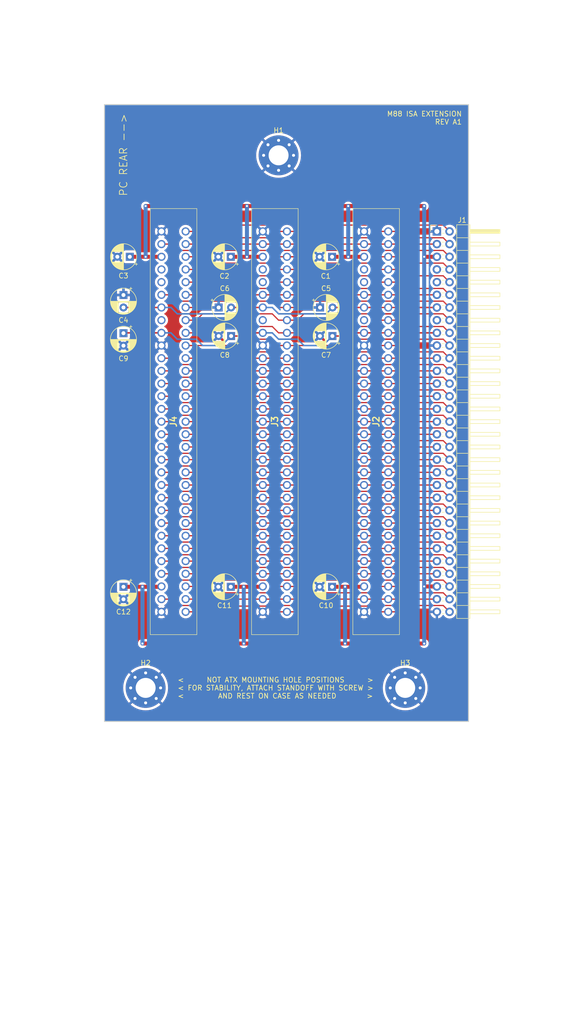
<source format=kicad_pcb>
(kicad_pcb (version 20240108) (generator "pcbnew") (generator_version "8.0")
  (layers (0 "F.Cu" signal) (31 "B.Cu" signal) (34 "B.Paste" user) (35 "F.Paste" user) (36 "B.SilkS" user "B.Silkscreen") (37 "F.SilkS" user "F.Silkscreen") (38 "B.Mask" user) (39 "F.Mask" user) (44 "Edge.Cuts" user))
  (net 0 "")
  (net 1 "GND")
  (net 2 "+5V")
  (net 3 "/~{DACK}0")
  (net 4 "/DRQ3")
  (net 5 "/~{MEMW}")
  (net 6 "/IRQ7")
  (net 7 "/IRQ5")
  (net 8 "/A0")
  (net 9 "/D7")
  (net 10 "/~{IOR}")
  (net 11 "/~{IOW}")
  (net 12 "/A15")
  (net 13 "/A13")
  (net 14 "/D5")
  (net 15 "/IO_READY")
  (net 16 "/A18")
  (net 17 "/A16")
  (net 18 "/A5")
  (net 20 "/D3")
  (net 21 "/DRQ1")
  (net 22 "/D6")
  (net 23 "/D2")
  (net 24 "/A10")
  (net 25 "/A3")
  (net 26 "/IRQ3")
  (net 27 "/D1")
  (net 28 "/A6")
  (net 29 "/IRQ4")
  (net 30 "/~{MEMR}")
  (net 31 "/A1")
  (net 32 "/A14")
  (net 33 "/A7")
  (net 34 "/IRQ6")
  (net 35 "/A12")
  (net 36 "/A4")
  (net 37 "/AEN")
  (net 38 "/A19")
  (net 39 "/DRQ2")
  (net 40 "/~{DACK}3")
  (net 41 "/A11")
  (net 42 "/TC")
  (net 43 "/D4")
  (net 45 "/A2")
  (net 46 "/~{DACK}1")
  (net 47 "/A9")
  (net 48 "-12V")
  (net 49 "/ALE")
  (net 50 "/IO_CH_CHK")
  (net 51 "/RESET")
  (net 52 "+12V")
  (net 53 "/~{DACK}2")
  (net 54 "/OSC")
  (net 56 "/CLK")
  (net 57 "/A17")
  (net 58 "/A8")
  (net 59 "/D0")
  (footprint "Capacitor_THT:CP_Radial_D5.0mm_P2.50mm" (layer "F.Cu") (at 6.985 46.355 180)
    (property "Reference" "C8")
    (property "Value" "10UF 16V 20%")
  )
  (footprint "SamacSys_Parts:755308430_ISA" (layer "F.Cu") (at 33.655 25.4 -90)
    (property "Reference" "J2")
    (property "Value" "Bus_ISA_8bit" (hide yes))
  )
  (footprint "Capacitor_THT:CP_Radial_D5.0mm_P2.50mm" (layer "F.Cu") (at -14.605 45.784887 -90)
    (property "Reference" "C9")
    (property "Value" "10UF 16V 20%" (hide yes))
  )
  (footprint "Capacitor_THT:CP_Radial_D5.0mm_P2.50mm" (layer "F.Cu") (at 27.305 46.355 180)
    (property "Reference" "C7")
    (property "Value" "10UF 16V 20%" (hide yes))
  )
  (footprint "Capacitor_THT:CP_Radial_D5.0mm_P2.50mm" (layer "F.Cu") (at 6.920113 30.48 180)
    (property "Reference" "C2")
    (property "Value" "10UF 16V 20%")
  )
  (footprint "Capacitor_THT:CP_Radial_D5.0mm_P2.50mm" (layer "F.Cu") (at -14.605 38.14 -90)
    (property "Reference" "C4")
    (property "Value" "10UF 16V 20%" (hide yes))
  )
  (footprint "MountingHole:MountingHole_4mm_Pad_Via" (layer "F.Cu") (at -10.16 116.84)
    (property "Reference" "H2")
    (property "Value" "MountingHole_Pad")
  )
  (footprint "Capacitor_THT:CP_Radial_D5.0mm_P2.50mm" (layer "F.Cu") (at 4.485 40.64)
    (property "Reference" "C6")
    (property "Value" "10UF 16V 20%")
  )
  (footprint "MountingHole:MountingHole_4mm_Pad_Via" (layer "F.Cu") (at 41.91 116.84)
    (property "Reference" "H3")
    (property "Value" "MountingHole_Pad")
  )
  (footprint "Capacitor_THT:CP_Radial_D5.0mm_P2.50mm" (layer "F.Cu") (at -14.605 96.584888 -90)
    (property "Reference" "C12")
    (property "Value" "10UF 16V 20%" (hide yes))
  )
  (footprint "SamacSys_Parts:755308430_ISA" (layer "F.Cu") (at -6.985 25.4 -90)
    (property "Reference" "J4")
    (property "Value" "Bus_ISA_8bit" (hide yes))
  )
  (footprint "SamacSys_Parts:755308430_ISA" (layer "F.Cu") (at 13.335 25.4 -90)
    (property "Reference" "J3")
    (property "Value" "Bus_ISA_8bit" (hide yes))
  )
  (footprint "MountingHole:MountingHole_4mm_Pad_Via" (layer "F.Cu") (at 16.51 10.16)
    (property "Reference" "H1")
    (property "Value" "MountingHole_Pad")
  )
  (footprint "Capacitor_THT:CP_Radial_D5.0mm_P2.50mm" (layer "F.Cu") (at 6.920113 96.584887 180)
    (property "Reference" "C11")
    (property "Value" "10UF 16V 20%")
  )
  (footprint "Capacitor_THT:CP_Radial_D5.0mm_P2.50mm" (layer "F.Cu") (at 27.240113 30.48 180)
    (property "Reference" "C1")
    (property "Value" "10UF 16V 20%")
  )
  (footprint "Connector_PinHeader_2.54mm:PinHeader_2x31_P2.54mm_Horizontal" (layer "F.Cu") (at 48.26 25.4)
    (property "Reference" "J1")
    (property "Value" "Samtec SSQ-115-02-T-D-RA")
  )
  (footprint "Capacitor_THT:CP_Radial_D5.0mm_P2.50mm" (layer "F.Cu") (at 27.240113 96.584887 180)
    (property "Reference" "C10")
    (property "Value" "10UF 16V 20%")
  )
  (footprint "Capacitor_THT:CP_Radial_D5.0mm_P2.50mm" (layer "F.Cu") (at -13.335 30.48 180)
    (property "Reference" "C3")
    (property "Value" "10UF 16V 20%" (hide yes))
  )
  (footprint "Capacitor_THT:CP_Radial_D5.0mm_P2.50mm" (layer "F.Cu") (at 24.829887 40.64)
    (property "Reference" "C5")
    (property "Value" "10UF 16V 20%" (hide yes))
  )
  (gr_rect (start -18.415 0) (end 54.61 123.565) (stroke (width 0.2)) (fill none) (layer "Edge.Cuts"))
  (gr_text "<      NOT ATX MOUNTING HOLE POSITIONS      >\n< FOR STABILITY, ATTACH STANDOFF WITH SCREW >\n<         AND REST ON CASE AS NEEDED        >" (at -3.81 116.84 0) (layer "F.SilkS") (effects (font (size 1 1)) (justify left)))
  (gr_text "M88 ISA EXTENSION\nREV A1" (at 53.34 1.27 0) (layer "F.SilkS") (effects (font (size 1 1)) (justify right top)))
  (gr_text "PC REAR -->" (at -14.605 18.415 90) (layer "F.SilkS") (effects (font (size 1.5 1.5)) (justify left)))
  (segment (start -13.335 30.48) (end -10.16 30.48) (width 0.8) (layer "F.Cu") (net 2))
  (segment (start -14.605 96.584888) (end -10.795 96.584888) (width 0.8) (layer "F.Cu") (net 2))
  (segment (start 48.26 30.479999) (end 45.72 30.48) (width 0.8) (layer "F.Cu") (net 2))
  (segment (start 9.525 20.32) (end 30.48 20.32) (width 0.8) (layer "F.Cu") (net 2))
  (segment (start -3.175 20.32) (end -10.16 20.32) (width 0.8) (layer "F.Cu") (net 2))
  (segment (start 9.525 20.32) (end -4.445 20.32) (width 0.8) (layer "F.Cu") (net 2))
  (segment (start 9.525 96.584887) (end 13.270113 96.584887) (width 0.8) (layer "F.Cu") (net 2))
  (segment (start 29.845 96.584887) (end 33.590113 96.584887) (width 0.8) (layer "F.Cu") (net 2))
  (segment (start 31.75 20.32) (end 35.56 20.32) (width 0.8) (layer "F.Cu") (net 2))
  (segment (start 6.920113 96.584887) (end 9.525 96.584887) (width 0.8) (layer "F.Cu") (net 2))
  (segment (start -10.795 96.584888) (end -7.049888 96.584888) (width 0.8) (layer "F.Cu") (net 2))
  (segment (start 9.525 107.95) (end 29.845 107.95) (width 0.8) (layer "F.Cu") (net 2))
  (segment (start 48.26 96.52) (end 45.72 96.52) (width 0.8) (layer "F.Cu") (net 2))
  (segment (start 6.920113 30.48) (end 10.16 30.479999) (width 0.8) (layer "F.Cu") (net 2))
  (segment (start -10.16 30.48) (end -6.985 30.479999) (width 0.8) (layer "F.Cu") (net 2))
  (segment (start 31.75 20.32) (end 45.72 20.32) (width 0.8) (layer "F.Cu") (net 2))
  (segment (start -10.795 107.95) (end 9.525 107.95) (width 0.8) (layer "F.Cu") (net 2))
  (segment (start 27.240113 30.48) (end 30.48 30.479999) (width 0.8) (layer "F.Cu") (net 2))
  (segment (start 29.845 107.95) (end 45.72 107.95) (width 0.8) (layer "F.Cu") (net 2))
  (segment (start 10.16 20.32) (end -3.175 20.32) (width 0.8) (layer "F.Cu") (net 2))
  (segment (start 30.48 30.479999) (end 33.655 30.479999) (width 0.8) (layer "F.Cu") (net 2))
  (segment (start -10.795 96.584887) (end -7.049887 96.584887) (width 0.8) (layer "F.Cu") (net 2))
  (segment (start 35.56 20.32) (end 30.48 20.32) (width 0.8) (layer "F.Cu") (net 2))
  (segment (start 30.48 20.32) (end 31.75 20.32) (width 0.8) (layer "F.Cu") (net 2))
  (segment (start 27.240113 96.584887) (end 29.845 96.584887) (width 0.8) (layer "F.Cu") (net 2))
  (segment (start -3.175 20.32) (end -4.445 20.32) (width 0.8) (layer "F.Cu") (net 2))
  (segment (start 10.16 30.479999) (end 13.335 30.479999) (width 0.8) (layer "F.Cu") (net 2))
  (via (at 30.48 30.479999) (size 0.8) (drill 0.4) (layers "F.Cu" "B.Cu") (net 2))
  (via (at 45.72 20.32) (size 0.8) (drill 0.4) (layers "F.Cu" "B.Cu") (net 2))
  (via (at -10.795 107.95) (size 0.8) (drill 0.4) (layers "F.Cu" "B.Cu") (net 2))
  (via (at -10.16 30.48) (size 0.8) (drill 0.4) (layers "F.Cu" "B.Cu") (net 2))
  (via (at 29.845 107.95) (size 0.8) (drill 0.4) (layers "F.Cu" "B.Cu") (net 2))
  (via (at 45.72 107.95) (size 0.8) (drill 0.4) (layers "F.Cu" "B.Cu") (net 2))
  (via (at -10.795 96.584888) (size 0.8) (drill 0.4) (layers "F.Cu" "B.Cu") (net 2))
  (via (at -10.16 20.32) (size 0.8) (drill 0.4) (layers "F.Cu" "B.Cu") (net 2))
  (via (at 45.72 30.48) (size 0.8) (drill 0.4) (layers "F.Cu" "B.Cu") (net 2))
  (via (at 29.845 96.584887) (size 0.8) (drill 0.4) (layers "F.Cu" "B.Cu") (net 2))
  (via (at 9.525 96.584887) (size 0.8) (drill 0.4) (layers "F.Cu" "B.Cu") (net 2))
  (via (at 30.48 20.32) (size 0.8) (drill 0.4) (layers "F.Cu" "B.Cu") (net 2))
  (via (at 9.525 107.95) (size 0.8) (drill 0.4) (layers "F.Cu" "B.Cu") (net 2))
  (via (at 10.16 30.479999) (size 0.8) (drill 0.4) (layers "F.Cu" "B.Cu") (net 2))
  (via (at 45.72 96.52) (size 0.8) (drill 0.4) (layers "F.Cu" "B.Cu") (net 2))
  (via (at 10.16 20.32) (size 0.8) (drill 0.4) (layers "F.Cu" "B.Cu") (net 2))
  (segment (start -10.16 20.32) (end -10.16 30.48) (width 0.8) (layer "B.Cu") (net 2))
  (segment (start -10.795 107.95) (end -10.795 96.584888) (width 0.8) (layer "B.Cu") (net 2))
  (segment (start 45.72 30.48) (end 45.72 96.52) (width 0.8) (layer "B.Cu") (net 2))
  (segment (start 9.525 107.95) (end 9.525 96.584887) (width 0.8) (layer "B.Cu") (net 2))
  (segment (start 30.48 20.32) (end 30.48 30.479999) (width 0.8) (layer "B.Cu") (net 2))
  (segment (start 45.72 30.48) (end 45.72 20.32) (width 0.8) (layer "B.Cu") (net 2))
  (segment (start 10.16 30.479999) (end 10.16 20.32) (width 0.8) (layer "B.Cu") (net 2))
  (segment (start 29.845 107.95) (end 29.845 96.584887) (width 0.8) (layer "B.Cu") (net 2))
  (segment (start -10.795 107.95) (end -10.795 96.584887) (width 0.8) (layer "B.Cu") (net 2))
  (segment (start 45.72 96.52) (end 45.72 107.95) (width 0.8) (layer "B.Cu") (net 2))
  (segment (start 40.64 72.39) (end 41.91 71.12) (width 0.25) (layer "F.Cu") (net 3))
  (segment (start 36.83 72.39) (end 40.64 72.39) (width 0.25) (layer "F.Cu") (net 3))
  (segment (start 0 72.39) (end 1.27 71.12) (width 0.25) (layer "F.Cu") (net 3))
  (segment (start 13.335 71.12) (end 15.24 71.12) (width 0.25) (layer "F.Cu") (net 3))
  (segment (start -5.08 71.12) (end -3.81 72.39) (width 0.25) (layer "F.Cu") (net 3))
  (segment (start 1.27 71.12) (end 13.335 71.12) (width 0.25) (layer "F.Cu") (net 3))
  (segment (start 16.51 72.39) (end 20.32 72.39) (width 0.25) (layer "F.Cu") (net 3))
  (segment (start 41.91 71.12) (end 48.26 71.12) (width 0.25) (layer "F.Cu") (net 3))
  (segment (start -3.81 72.39) (end 0 72.39) (width 0.25) (layer "F.Cu") (net 3))
  (segment (start 35.56 71.12) (end 36.83 72.39) (width 0.25) (layer "F.Cu") (net 3))
  (segment (start -6.985 71.12) (end -5.08 71.12) (width 0.25) (layer "F.Cu") (net 3))
  (segment (start 15.24 71.12) (end 16.51 72.39) (width 0.25) (layer "F.Cu") (net 3))
  (segment (start 33.655 71.12) (end 35.56 71.12) (width 0.25) (layer "F.Cu") (net 3))
  (segment (start 21.59 71.12) (end 33.655 71.12) (width 0.25) (layer "F.Cu") (net 3))
  (segment (start 20.32 72.39) (end 21.59 71.12) (width 0.25) (layer "F.Cu") (net 3))
  (segment (start -6.985 63.499999) (end -5.080001 63.499999) (width 0.25) (layer "F.Cu") (net 4))
  (segment (start 0 64.77) (end 1.270001 63.499999) (width 0.25) (layer "F.Cu") (net 4))
  (segment (start 40.64 64.77) (end 41.910001 63.499999) (width 0.25) (layer "F.Cu") (net 4))
  (segment (start 21.590001 63.499999) (end 33.655 63.499999) (width 0.25) (layer "F.Cu") (net 4))
  (segment (start 15.239999 63.499999) (end 16.51 64.77) (width 0.25) (layer "F.Cu") (net 4))
  (segment (start 1.270001 63.499999) (end 13.335 63.499999) (width 0.25) (layer "F.Cu") (net 4))
  (segment (start 13.335 63.499999) (end 15.239999 63.499999) (width 0.25) (layer "F.Cu") (net 4))
  (segment (start -5.080001 63.499999) (end -3.81 64.77) (width 0.25) (layer "F.Cu") (net 4))
  (segment (start 20.32 64.77) (end 21.590001 63.499999) (width 0.25) (layer "F.Cu") (net 4))
  (segment (start 33.655 63.499999) (end 35.559999 63.499999) (width 0.25) (layer "F.Cu") (net 4))
  (segment (start 16.51 64.77) (end 20.32 64.77) (width 0.25) (layer "F.Cu") (net 4))
  (segment (start 36.83 64.77) (end 40.64 64.77) (width 0.25) (layer "F.Cu") (net 4))
  (segment (start 41.910001 63.499999) (end 48.26 63.499999) (width 0.25) (layer "F.Cu") (net 4))
  (segment (start 35.559999 63.499999) (end 36.83 64.77) (width 0.25) (layer "F.Cu") (net 4))
  (segment (start -3.81 64.77) (end 0 64.77) (width 0.25) (layer "F.Cu") (net 4))
  (segment (start 36.83 52.07) (end 40.64 52.07) (width 0.25) (layer "F.Cu") (net 5))
  (segment (start 35.56 50.8) (end 36.83 52.07) (width 0.25) (layer "F.Cu") (net 5))
  (segment (start 21.59 50.8) (end 33.655 50.8) (width 0.25) (layer "F.Cu") (net 5))
  (segment (start -5.08 50.8) (end -3.81 52.07) (width 0.25) (layer "F.Cu") (net 5))
  (segment (start 41.91 50.8) (end 48.26 50.8) (width 0.25) (layer "F.Cu") (net 5))
  (segment (start -6.985 50.8) (end -5.08 50.8) (width 0.25) (layer "F.Cu") (net 5))
  (segment (start 40.64 52.07) (end 41.91 50.8) (width 0.25) (layer "F.Cu") (net 5))
  (segment (start 13.335 50.8) (end 15.24 50.8) (width 0.25) (layer "F.Cu") (net 5))
  (segment (start 1.27 50.8) (end 13.335 50.8) (width 0.25) (layer "F.Cu") (net 5))
  (segment (start 16.51 52.07) (end 20.32 52.07) (width 0.25) (layer "F.Cu") (net 5))
  (segment (start 0 52.07) (end 1.27 50.8) (width 0.25) (layer "F.Cu") (net 5))
  (segment (start 33.655 50.8) (end 35.56 50.8) (width 0.25) (layer "F.Cu") (net 5))
  (segment (start 20.32 52.07) (end 21.59 50.8) (width 0.25) (layer "F.Cu") (net 5))
  (segment (start 15.24 50.8) (end 16.51 52.07) (width 0.25) (layer "F.Cu") (net 5))
  (segment (start -3.81 52.07) (end 0 52.07) (width 0.25) (layer "F.Cu") (net 5))
  (segment (start 13.335 76.199999) (end 15.24 76.2) (width 0.25) (layer "F.Cu") (net 6))
  (segment (start 20.32 77.47) (end 21.590001 76.199999) (width 0.25) (layer "F.Cu") (net 6))
  (segment (start 15.24 76.2) (end 16.51 77.47) (width 0.25) (layer "F.Cu") (net 6))
  (segment (start 41.910001 76.199999) (end 48.26 76.199999) (width 0.25) (layer "F.Cu") (net 6))
  (segment (start 13.335 76.199999) (end 15.239999 76.199999) (width 0.25) (layer "F.Cu") (net 6))
  (segment (start 40.64 77.47) (end 41.910001 76.199999) (width 0.25) (layer "F.Cu") (net 6))
  (segment (start -5.08 76.2) (end -3.81 77.47) (width 0.25) (layer "F.Cu") (net 6))
  (segment (start 33.655 76.199999) (end 35.559999 76.199999) (width 0.25) (layer "F.Cu") (net 6))
  (segment (start -6.985 76.199999) (end -5.08 76.2) (width 0.25) (layer "F.Cu") (net 6))
  (segment (start 1.270001 76.199999) (end 13.335 76.199999) (width 0.25) (layer "F.Cu") (net 6))
  (segment (start 0 77.47) (end 1.270001 76.199999) (width 0.25) (layer "F.Cu") (net 6))
  (segment (start 36.83 77.47) (end 40.64 77.47) (width 0.25) (layer "F.Cu") (net 6))
  (segment (start 15.239999 76.199999) (end 16.51 77.47) (width 0.25) (layer "F.Cu") (net 6))
  (segment (start 16.51 77.47) (end 20.32 77.47) (width 0.25) (layer "F.Cu") (net 6))
  (segment (start 35.559999 76.199999) (end 36.83 77.47) (width 0.25) (layer "F.Cu") (net 6))
  (segment (start -3.81 77.47) (end 0 77.47) (width 0.25) (layer "F.Cu") (net 6))
  (segment (start 21.590001 76.199999) (end 33.655 76.199999) (width 0.25) (layer "F.Cu") (net 6))
  (segment (start 16.51 82.55) (end 20.32 82.55) (width 0.25) (layer "F.Cu") (net 7))
  (segment (start -3.81 82.55) (end 0 82.55) (width 0.25) (layer "F.Cu") (net 7))
  (segment (start 36.83 82.55) (end 40.64 82.55) (width 0.25) (layer "F.Cu") (net 7))
  (segment (start 13.335 81.28) (end 15.24 81.28) (width 0.25) (layer "F.Cu") (net 7))
  (segment (start 0 82.55) (end 1.27 81.28) (width 0.25) (layer "F.Cu") (net 7))
  (segment (start 33.655 81.28) (end 35.56 81.28) (width 0.25) (layer "F.Cu") (net 7))
  (segment (start 15.24 81.28) (end 16.51 82.55) (width 0.25) (layer "F.Cu") (net 7))
  (segment (start -6.985 81.28) (end -5.08 81.28) (width 0.25) (layer "F.Cu") (net 7))
  (segment (start -5.08 81.28) (end -3.81 82.55) (width 0.25) (layer "F.Cu") (net 7))
  (segment (start 20.4475 82.4225) (end 21.59 81.28) (width 0.25) (layer "F.Cu") (net 7))
  (segment (start 40.64 82.55) (end 41.91 81.28) (width 0.25) (layer "F.Cu") (net 7))
  (segment (start 41.91 81.28) (end 48.26 81.28) (width 0.25) (layer "F.Cu") (net 7))
  (segment (start 16.3825 82.4225) (end 20.4475 82.4225) (width 0.25) (layer "F.Cu") (net 7))
  (segment (start 35.56 81.28) (end 36.83 82.55) (width 0.25) (layer "F.Cu") (net 7))
  (segment (start 15.24 81.28) (end 16.3825 82.4225) (width 0.25) (layer "F.Cu") (net 7))
  (segment (start 1.27 81.28) (end 13.335 81.28) (width 0.25) (layer "F.Cu") (net 7))
  (segment (start 21.59 81.28) (end 33.655 81.28) (width 0.25) (layer "F.Cu") (net 7))
  (segment (start 41.91 100.33) (end 49.53 100.33) (width 0.25) (layer "F.Cu") (net 8))
  (segment (start 0 101.6) (end -2.134 101.6) (width 0.25) (layer "F.Cu") (net 8))
  (segment (start 38.506 101.6) (end 40.64 101.6) (width 0.25) (layer "F.Cu") (net 8))
  (segment (start 15.3675 100.4575) (end 1.1425 100.4575) (width 0.25) (layer "F.Cu") (net 8))
  (segment (start 20.32 101.6) (end 18.186 101.6) (width 0.25) (layer "F.Cu") (net 8))
  (segment (start 35.6875 100.4575) (end 21.4625 100.4575) (width 0.25) (layer "F.Cu") (net 8))
  (segment (start 18.186 101.6) (end 16.51 101.6) (width 0.25) (layer "F.Cu") (net 8))
  (segment (start 49.53 100.33) (end 50.8 101.6) (width 0.25) (layer "F.Cu") (net 8))
  (segment (start 16.51 101.6) (end 15.3675 100.4575) (width 0.25) (layer "F.Cu") (net 8))
  (segment (start 36.83 101.6) (end 35.6875 100.4575) (width 0.25) (layer "F.Cu") (net 8))
  (segment (start 21.4625 100.4575) (end 20.32 101.6) (width 0.25) (layer "F.Cu") (net 8))
  (segment (start 40.64 101.6) (end 41.91 100.33) (width 0.25) (layer "F.Cu") (net 8))
  (segment (start 1.1425 100.4575) (end 0 101.6) (width 0.25) (layer "F.Cu") (net 8))
  (segment (start 38.506 101.6) (end 36.83 101.6) (width 0.25) (layer "F.Cu") (net 8))
  (segment (start 15.24 26.67) (end 1.27 26.67) (width 0.25) (layer "F.Cu") (net 9))
  (segment (start 1.27 26.67) (end 0 27.94) (width 0.25) (layer "F.Cu") (net 9))
  (segment (start 36.83 27.94) (end 35.56 26.67) (width 0.25) (layer "F.Cu") (net 9))
  (segment (start 20.32 27.94) (end 18.186 27.94) (width 0.25) (layer "F.Cu") (net 9))
  (segment (start 18.186 27.94) (end 16.51 27.94) (width 0.25) (layer "F.Cu") (net 9))
  (segment (start 38.506 27.94) (end 36.83 27.94) (width 0.25) (layer "F.Cu") (net 9))
  (segment (start 49.53 26.67) (end 50.8 27.94) (width 0.25) (layer "F.Cu") (net 9))
  (segment (start 40.64 27.94) (end 41.91 26.67) (width 0.25) (layer "F.Cu") (net 9))
  (segment (start 16.51 27.94) (end 15.24 26.67) (width 0.25) (layer "F.Cu") (net 9))
  (segment (start 0 27.94) (end -2.134 27.94) (width 0.25) (layer "F.Cu") (net 9))
  (segment (start 35.56 26.67) (end 21.59 26.67) (width 0.25) (layer "F.Cu") (net 9))
  (segment (start 38.506 27.94) (end 40.64 27.94) (width 0.25) (layer "F.Cu") (net 9))
  (segment (start 21.59 26.67) (end 20.32 27.94) (width 0.25) (layer "F.Cu") (net 9))
  (segment (start 41.91 26.67) (end 49.53 26.67) (width 0.25) (layer "F.Cu") (net 9))
  (segment (start 35.56 58.42) (end 36.83 59.69) (width 0.25) (layer "F.Cu") (net 10))
  (segment (start 40.64 59.69) (end 41.91 58.42) (width 0.25) (layer "F.Cu") (net 10))
  (segment (start -3.81 59.69) (end -5.08 58.42) (width 0.25) (layer "F.Cu") (net 10))
  (segment (start 41.91 58.42) (end 48.26 58.42) (width 0.25) (layer "F.Cu") (net 10))
  (segment (start 36.83 59.69) (end 40.64 59.69) (width 0.25) (layer "F.Cu") (net 10))
  (segment (start 33.655 58.42) (end 21.59 58.42) (width 0.25) (layer "F.Cu") (net 10))
  (segment (start 16.51 59.69) (end 15.24 58.42) (width 0.25) (layer "F.Cu") (net 10))
  (segment (start 1.27 58.42) (end 0 59.69) (width 0.25) (layer "F.Cu") (net 10))
  (segment (start 13.335 58.42) (end 1.27 58.42) (width 0.25) (layer "F.Cu") (net 10))
  (segment (start 21.59 58.42) (end 20.32 59.69) (width 0.25) (layer "F.Cu") (net 10))
  (segment (start 15.24 58.42) (end 13.335 58.42) (width 0.25) (layer "F.Cu") (net 10))
  (segment (start 0 59.69) (end -3.81 59.69) (width 0.25) (layer "F.Cu") (net 10))
  (segment (start 33.655 58.42) (end 35.56 58.42) (width 0.25) (layer "F.Cu") (net 10))
  (segment (start 20.32 59.69) (end 16.51 59.69) (width 0.25) (layer "F.Cu") (net 10))
  (segment (start -5.08 58.42) (end -6.985 58.42) (width 0.25) (layer "F.Cu") (net 10))
  (segment (start 16.51 57.15) (end 20.320698 57.15) (width 0.25) (layer "F.Cu") (net 11))
  (segment (start 13.335 55.88) (end 1.27 55.88) (width 0.25) (layer "F.Cu") (net 11))
  (segment (start 33.655 55.88) (end 35.56 55.88) (width 0.25) (layer "F.Cu") (net 11))
  (segment (start 21.59 55.88) (end 20.32 57.15) (width 0.25) (layer "F.Cu") (net 11))
  (segment (start 1.27 55.88) (end 0 57.15) (width 0.25) (layer "F.Cu") (net 11))
  (segment (start 20.32 57.15) (end 16.51 57.15) (width 0.25) (layer "F.Cu") (net 11))
  (segment (start -5.08 55.88) (end -6.985 55.88) (width 0.25) (layer "F.Cu") (net 11))
  (segment (start -3.81 57.15) (end -5.08 55.88) (width 0.25) (layer "F.Cu") (net 11))
  (segment (start 15.24 55.88) (end 13.335 55.88) (width 0.25) (layer "F.Cu") (net 11))
  (segment (start 33.655 55.88) (end 21.59 55.88) (width 0.25) (layer "F.Cu") (net 11))
  (segment (start 0 57.15) (end -3.81 57.15) (width 0.25) (layer "F.Cu") (net 11))
  (segment (start 36.83 57.15) (end 40.640698 57.15) (width 0.25) (layer "F.Cu") (net 11))
  (segment (start 40.640698 57.15) (end 41.910698 55.88) (width 0.25) (layer "F.Cu") (net 11))
  (segment (start 35.56 55.88) (end 36.83 57.15) (width 0.25) (layer "F.Cu") (net 11))
  (segment (start 41.910698 55.88) (end 48.26 55.88) (width 0.25) (layer "F.Cu") (net 11))
  (segment (start 16.51 57.15) (end 15.24 55.88) (width 0.25) (layer "F.Cu") (net 11))
  (segment (start 1.27 62.23) (end 0.000001 63.499999) (width 0.25) (layer "F.Cu") (net 12))
  (segment (start 18.186 63.499999) (end 16.492868 63.499999) (width 0.25) (layer "F.Cu") (net 12))
  (segment (start 40.640001 63.499999) (end 41.91 62.23) (width 0.25) (layer "F.Cu") (net 12))
  (segment (start 49.53 62.23) (end 50.8 63.5) (width 0.25) (layer "F.Cu") (net 12))
  (segment (start 15.222869 62.23) (end 1.27 62.23) (width 0.25) (layer "F.Cu") (net 12))
  (segment (start 21.59 62.23) (end 20.320001 63.499999) (width 0.25) (layer "F.Cu") (net 12))
  (segment (start 36.812868 63.499999) (end 35.542869 62.23) (width 0.25) (layer "F.Cu") (net 12))
  (segment (start 38.506 63.499999) (end 40.640001 63.499999) (width 0.25) (layer "F.Cu") (net 12))
  (segment (start 20.320001 63.499999) (end 18.186 63.499999) (width 0.25) (layer "F.Cu") (net 12))
  (segment (start 38.506 63.499999) (end 36.812868 63.499999) (width 0.25) (layer "F.Cu") (net 12))
  (segment (start 35.542869 62.23) (end 21.59 62.23) (width 0.25) (layer "F.Cu") (net 12))
  (segment (start 16.492868 63.499999) (end 15.222869 62.23) (width 0.25) (layer "F.Cu") (net 12))
  (segment (start 41.91 62.23) (end 49.53 62.23) (width 0.25) (layer "F.Cu") (net 12))
  (segment (start 0.000001 63.499999) (end -2.134 63.499999) (width 0.25) (layer "F.Cu") (net 12))
  (segment (start 40.64 68.58) (end 41.91 67.31) (width 0.25) (layer "F.Cu") (net 13))
  (segment (start 1.27 67.31) (end 0 68.58) (width 0.25) (layer "F.Cu") (net 13))
  (segment (start 20.32 68.58) (end 18.186 68.58) (width 0.25) (layer "F.Cu") (net 13))
  (segment (start 15.24 67.31) (end 1.27 67.31) (width 0.25) (layer "F.Cu") (net 13))
  (segment (start 36.83 68.58) (end 35.56 67.31) (width 0.25) (layer "F.Cu") (net 13))
  (segment (start 38.506 68.58) (end 36.83 68.58) (width 0.25) (layer "F.Cu") (net 13))
  (segment (start 0 68.58) (end -2.134 68.58) (width 0.25) (layer "F.Cu") (net 13))
  (segment (start 18.186 68.58) (end 16.51 68.58) (width 0.25) (layer "F.Cu") (net 13))
  (segment (start 16.51 68.58) (end 15.24 67.31) (width 0.25) (layer "F.Cu") (net 13))
  (segment (start 49.53 67.31) (end 50.8 68.58) (width 0.25) (layer "F.Cu") (net 13))
  (segment (start 41.91 67.31) (end 49.53 67.31) (width 0.25) (layer "F.Cu") (net 13))
  (segment (start 35.56 67.31) (end 21.59 67.31) (width 0.25) (layer "F.Cu") (net 13))
  (segment (start 21.59 67.31) (end 20.32 68.58) (width 0.25) (layer "F.Cu") (net 13))
  (segment (start 38.506 68.58) (end 40.64 68.58) (width 0.25) (layer "F.Cu") (net 13))
  (segment (start 1.27 31.75) (end 0 33.02) (width 0.25) (layer "F.Cu") (net 14))
  (segment (start 38.506 33.02) (end 40.64 33.02) (width 0.25) (layer "F.Cu") (net 14))
  (segment (start 16.51 33.02) (end 15.24 31.75) (width 0.25) (layer "F.Cu") (net 14))
  (segment (start 49.53 31.75) (end 50.8 33.02) (width 0.25) (layer "F.Cu") (net 14))
  (segment (start 40.64 33.02) (end 41.91 31.75) (width 0.25) (layer "F.Cu") (net 14))
  (segment (start 18.186 33.02) (end 16.51 33.02) (width 0.25) (layer "F.Cu") (net 14))
  (segment (start 21.59 31.75) (end 20.32 33.02) (width 0.25) (layer "F.Cu") (net 14))
  (segment (start 0 33.02) (end -2.134 33.02) (width 0.25) (layer "F.Cu") (net 14))
  (segment (start 35.56 31.75) (end 21.59 31.75) (width 0.25) (layer "F.Cu") (net 14))
  (segment (start 36.83 33.02) (end 35.56 31.75) (width 0.25) (layer "F.Cu") (net 14))
  (segment (start 15.24 31.75) (end 1.27 31.75) (width 0.25) (layer "F.Cu") (net 14))
  (segment (start 20.32 33.02) (end 18.186 33.02) (width 0.25) (layer "F.Cu") (net 14))
  (segment (start 38.506 33.02) (end 36.83 33.02) (width 0.25) (layer "F.Cu") (net 14))
  (segment (start 41.91 31.75) (end 49.53 31.75) (width 0.25) (layer "F.Cu") (net 14))
  (segment (start 38.506 48.26) (end 40.64 48.26) (width 0.25) (layer "F.Cu") (net 15))
  (segment (start 38.506 48.26) (end 36.83 48.26) (width 0.25) (layer "F.Cu") (net 15))
  (segment (start 15.24 46.99) (end 11.43 46.99) (width 0.25) (layer "F.Cu") (net 15))
  (segment (start 31.75 46.99) (end 30.48 48.26) (width 0.25) (layer "F.Cu") (net 15))
  (segment (start 18.186 48.26) (end 30.48 48.26) (width 0.25) (layer "F.Cu") (net 15))
  (segment (start 16.51 48.26) (end 15.24 46.99) (width 0.25) (layer "F.Cu") (net 15))
  (segment (start 36.83 48.26) (end 35.56 46.99) (width 0.25) (layer "F.Cu") (net 15))
  (segment (start 40.64 48.26) (end 41.91 46.99) (width 0.25) (layer "F.Cu") (net 15))
  (segment (start 10.16 48.26) (end -2.134 48.26) (width 0.25) (layer "F.Cu") (net 15))
  (segment (start 41.91 46.99) (end 49.53 46.99) (width 0.25) (layer "F.Cu") (net 15))
  (segment (start 18.186 48.26) (end 16.51 48.26) (width 0.25) (layer "F.Cu") (net 15))
  (segment (start 11.43 46.99) (end 10.16 48.26) (width 0.25) (layer "F.Cu") (net 15))
  (segment (start 49.53 46.99) (end 50.8 48.26) (width 0.25) (layer "F.Cu") (net 15))
  (segment (start 35.56 46.99) (end 31.75 46.99) (width 0.25) (layer "F.Cu") (net 15))
  (segment (start 21.59 54.61) (end 20.32 55.88) (width 0.25) (layer "F.Cu") (net 16))
  (segment (start 18.186 55.88) (end 16.51 55.88) (width 0.25) (layer "F.Cu") (net 16))
  (segment (start 41.91 54.61) (end 49.53 54.61) (width 0.25) (layer "F.Cu") (net 16))
  (segment (start 0 55.88) (end -2.134 55.88) (width 0.25) (layer "F.Cu") (net 16))
  (segment (start 49.53 54.61) (end 50.8 55.88) (width 0.25) (layer "F.Cu") (net 16))
  (segment (start 40.64 55.88) (end 41.91 54.61) (width 0.25) (layer "F.Cu") (net 16))
  (segment (start 38.506 55.88) (end 36.83 55.88) (width 0.25) (layer "F.Cu") (net 16))
  (segment (start 38.506 55.88) (end 40.64 55.88) (width 0.25) (layer "F.Cu") (net 16))
  (segment (start 36.83 55.88) (end 35.56 54.61) (width 0.25) (layer "F.Cu") (net 16))
  (segment (start 16.51 55.88) (end 15.24 54.61) (width 0.25) (layer "F.Cu") (net 16))
  (segment (start 35.56 54.61) (end 21.59 54.61) (width 0.25) (layer "F.Cu") (net 16))
  (segment (start 1.27 54.61) (end 0 55.88) (width 0.25) (layer "F.Cu") (net 16))
  (segment (start 20.32 55.88) (end 18.186 55.88) (width 0.25) (layer "F.Cu") (net 16))
  (segment (start 15.24 54.61) (end 1.27 54.61) (width 0.25) (layer "F.Cu") (net 16))
  (segment (start 18.186 60.96) (end 16.51 60.96) (width 0.25) (layer "F.Cu") (net 17))
  (segment (start 41.91 59.69) (end 49.53 59.69) (width 0.25) (layer "F.Cu") (net 17))
  (segment (start 38.506 60.96) (end 40.64 60.96) (width 0.25) (layer "F.Cu") (net 17))
  (segment (start 35.56 59.69) (end 21.59 59.69) (width 0.25) (layer "F.Cu") (net 17))
  (segment (start 0 60.96) (end -2.134 60.96) (width 0.25) (layer "F.Cu") (net 17))
  (segment (start 38.506 60.96) (end 36.83 60.96) (width 0.25) (layer "F.Cu") (net 17))
  (segment (start 15.24 59.69) (end 1.27 59.69) (width 0.25) (layer "F.Cu") (net 17))
  (segment (start 49.53 59.69) (end 50.8 60.96) (width 0.25) (layer "F.Cu") (net 17))
  (segment (start 16.51 60.96) (end 15.24 59.69) (width 0.25) (layer "F.Cu") (net 17))
  (segment (start 20.32 60.96) (end 18.186 60.96) (width 0.25) (layer "F.Cu") (net 17))
  (segment (start 1.27 59.69) (end 0 60.96) (width 0.25) (layer "F.Cu") (net 17))
  (segment (start 40.64 60.96) (end 41.91 59.69) (width 0.25) (layer "F.Cu") (net 17))
  (segment (start 21.59 59.69) (end 20.32 60.96) (width 0.25) (layer "F.Cu") (net 17))
  (segment (start 36.83 60.96) (end 35.56 59.69) (width 0.25) (layer "F.Cu") (net 17))
  (segment (start 40.639999 88.900001) (end 41.91 87.63) (width 0.25) (layer "F.Cu") (net 18))
  (segment (start 35.559302 87.63) (end 36.829303 88.900001) (width 0.25) (layer "F.Cu") (net 18))
  (segment (start -2.134 88.900001) (end -0.000001 88.900001) (width 0.25) (layer "F.Cu") (net 18))
  (segment (start -0.000001 88.900001) (end 1.27 87.63) (width 0.25) (layer "F.Cu") (net 18))
  (segment (start 15.239302 87.63) (end 16.509303 88.900001) (width 0.25) (layer "F.Cu") (net 18))
  (segment (start 49.53 87.63) (end 50.8 88.9) (width 0.25) (layer "F.Cu") (net 18))
  (segment (start 18.186 88.900001) (end 20.319999 88.900001) (width 0.25) (layer "F.Cu") (net 18))
  (segment (start 20.319999 88.900001) (end 21.59 87.63) (width 0.25) (layer "F.Cu") (net 18))
  (segment (start 1.27 87.63) (end 15.239302 87.63) (width 0.25) (layer "F.Cu") (net 18))
  (segment (start 21.59 87.63) (end 35.559302 87.63) (width 0.25) (layer "F.Cu") (net 18))
  (segment (start 38.506 88.900001) (end 40.639999 88.900001) (width 0.25) (layer "F.Cu") (net 18))
  (segment (start 16.509303 88.900001) (end 18.186 88.900001) (width 0.25) (layer "F.Cu") (net 18))
  (segment (start 36.829303 88.900001) (end 38.506 88.900001) (width 0.25) (layer "F.Cu") (net 18))
  (segment (start 41.91 87.63) (end 49.53 87.63) (width 0.25) (layer "F.Cu") (net 18))
  (segment (start 40.64 38.1) (end 41.91 36.83) (width 0.25) (layer "F.Cu") (net 20))
  (segment (start 1.27 36.83) (end 0 38.1) (width 0.25) (layer "F.Cu") (net 20))
  (segment (start 21.59 36.83) (end 20.32 38.1) (width 0.25) (layer "F.Cu") (net 20))
  (segment (start 20.32 38.1) (end 18.186 38.1) (width 0.25) (layer "F.Cu") (net 20))
  (segment (start 36.83 38.1) (end 35.56 36.83) (width 0.25) (layer "F.Cu") (net 20))
  (segment (start 38.506 38.1) (end 40.64 38.1) (width 0.25) (layer "F.Cu") (net 20))
  (segment (start 15.24 36.83) (end 1.27 36.83) (width 0.25) (layer "F.Cu") (net 20))
  (segment (start 38.506 38.1) (end 36.83 38.1) (width 0.25) (layer "F.Cu") (net 20))
  (segment (start 0 38.1) (end -2.134 38.1) (width 0.25) (layer "F.Cu") (net 20))
  (segment (start 18.186 38.1) (end 16.51 38.1) (width 0.25) (layer "F.Cu") (net 20))
  (segment (start 16.51 38.1) (end 15.24 36.83) (width 0.25) (layer "F.Cu") (net 20))
  (segment (start 49.53 36.83) (end 50.8 38.1) (width 0.25) (layer "F.Cu") (net 20))
  (segment (start 35.56 36.83) (end 21.59 36.83) (width 0.25) (layer "F.Cu") (net 20))
  (segment (start 41.91 36.83) (end 49.53 36.83) (width 0.25) (layer "F.Cu") (net 20))
  (segment (start -6.985 68.58) (end -5.08 68.58) (width 0.25) (layer "F.Cu") (net 21))
  (segment (start 20.320698 69.85) (end 21.590698 68.58) (width 0.25) (layer "F.Cu") (net 21))
  (segment (start 13.335 68.58) (end 15.24 68.58) (width 0.25) (layer "F.Cu") (net 21))
  (segment (start 21.590698 68.58) (end 33.655 68.58) (width 0.25) (layer "F.Cu") (net 21))
  (segment (start 15.24 68.58) (end 16.51 69.85) (width 0.25) (layer "F.Cu") (net 21))
  (segment (start 0.000698 69.85) (end 1.270698 68.58) (width 0.25) (layer "F.Cu") (net 21))
  (segment (start 41.91 68.58) (end 48.26 68.58) (width 0.25) (layer "F.Cu") (net 21))
  (segment (start -5.08 68.58) (end -3.81 69.85) (width 0.25) (layer "F.Cu") (net 21))
  (segment (start 35.56 68.58) (end 36.83 69.85) (width 0.25) (layer "F.Cu") (net 21))
  (segment (start -3.81 69.85) (end 0.000698 69.85) (width 0.25) (layer "F.Cu") (net 21))
  (segment (start 40.64 69.85) (end 41.91 68.58) (width 0.25) (layer "F.Cu") (net 21))
  (segment (start 33.655 68.58) (end 35.56 68.58) (width 0.25) (layer "F.Cu") (net 21))
  (segment (start 1.270698 68.58) (end 13.335 68.58) (width 0.25) (layer "F.Cu") (net 21))
  (segment (start 16.51 69.85) (end 20.320698 69.85) (width 0.25) (layer "F.Cu") (net 21))
  (segment (start 36.83 69.85) (end 40.64 69.85) (width 0.25) (layer "F.Cu") (net 21))
  (segment (start 38.506 30.479999) (end 40.64 30.48) (width 0.25) (layer "F.Cu") (net 22))
  (segment (start 18.186 30.479999) (end 20.320001 30.479999) (width 0.25) (layer "F.Cu") (net 22))
  (segment (start 15.24 29.21) (end 1.269998 29.21) (width 0.25) (layer "F.Cu") (net 22))
  (segment (start 49.53 29.21) (end 50.8 30.48) (width 0.25) (layer "F.Cu") (net 22))
  (segment (start 20.320001 30.479999) (end 21.59 29.21) (width 0.25) (layer "F.Cu") (net 22))
  (segment (start 18.186 30.479999) (end 16.509999 30.479999) (width 0.25) (layer "F.Cu") (net 22))
  (segment (start 1.269998 29.21) (end -0.000001 30.479999) (width 0.25) (layer "F.Cu") (net 22))
  (segment (start 18.186 30.479999) (end 20.32 30.48) (width 0.25) (layer "F.Cu") (net 22))
  (segment (start 35.56 29.21) (end 36.829999 30.479999) (width 0.25) (layer "F.Cu") (net 22))
  (segment (start 36.829999 30.479999) (end 38.506 30.479999) (width 0.25) (layer "F.Cu") (net 22))
  (segment (start -0.000001 30.479999) (end -2.134 30.479999) (width 0.25) (layer "F.Cu") (net 22))
  (segment (start 21.59 29.21) (end 35.56 29.21) (width 0.25) (layer "F.Cu") (net 22))
  (segment (start 16.509999 30.479999) (end 15.24 29.21) (width 0.25) (layer "F.Cu") (net 22))
  (segment (start 41.91 29.21) (end 49.53 29.21) (width 0.25) (layer "F.Cu") (net 22))
  (segment (start 40.64 30.48) (end 41.91 29.21) (width 0.25) (layer "F.Cu") (net 22))
  (segment (start 20.32 40.64) (end 21.59 39.37) (width 0.25) (layer "F.Cu") (net 23))
  (segment (start 16.51 40.64) (end 18.186 40.64) (width 0.25) (layer "F.Cu") (net 23))
  (segment (start 41.91 39.37) (end 49.53 39.37) (width 0.25) (layer "F.Cu") (net 23))
  (segment (start 49.53 39.37) (end 50.8 40.64) (width 0.25) (layer "F.Cu") (net 23))
  (segment (start 21.59 39.37) (end 35.56 39.37) (width 0.25) (layer "F.Cu") (net 23))
  (segment (start 38.506 40.64) (end 40.64 40.64) (width 0.25) (layer "F.Cu") (net 23))
  (segment (start 1.27 39.37) (end 15.24 39.37) (width 0.25) (layer "F.Cu") (net 23))
  (segment (start 15.24 39.37) (end 16.51 40.64) (width 0.25) (layer "F.Cu") (net 23))
  (segment (start 36.83 40.64) (end 38.506 40.64) (width 0.25) (layer "F.Cu") (net 23))
  (segment (start 18.186 40.64) (end 20.32 40.64) (width 0.25) (layer "F.Cu") (net 23))
  (segment (start 40.64 40.64) (end 41.91 39.37) (width 0.25) (layer "F.Cu") (net 23))
  (segment (start 0 40.64) (end 1.27 39.37) (width 0.25) (layer "F.Cu") (net 23))
  (segment (start -2.134 40.64) (end 0 40.64) (width 0.25) (layer "F.Cu") (net 23))
  (segment (start 35.56 39.37) (end 36.83 40.64) (width 0.25) (layer "F.Cu") (net 23))
  (segment (start 18.186 76.199999) (end 20.320001 76.199999) (width 0.25) (layer "F.Cu") (net 24))
  (segment (start 38.506 76.199999) (end 40.640001 76.199999) (width 0.25) (layer "F.Cu") (net 24))
  (segment (start 1.27 74.93) (end 15.239302 74.93) (width 0.25) (layer "F.Cu") (net 24))
  (segment (start 35.559302 74.93) (end 36.829301 76.199999) (width 0.25) (layer "F.Cu") (net 24))
  (segment (start 41.91 74.93) (end 49.53 74.93) (width 0.25) (layer "F.Cu") (net 24))
  (segment (start 40.640001 76.199999) (end 41.91 74.93) (width 0.25) (layer "F.Cu") (net 24))
  (segment (start -2.134 76.199999) (end 0.000001 76.199999) (width 0.25) (layer "F.Cu") (net 24))
  (segment (start 20.320001 76.199999) (end 21.59 74.93) (width 0.25) (layer "F.Cu") (net 24))
  (segment (start 16.509301 76.199999) (end 18.186 76.199999) (width 0.25) (layer "F.Cu") (net 24))
  (segment (start 21.59 74.93) (end 35.559302 74.93) (width 0.25) (layer "F.Cu") (net 24))
  (segment (start 49.53 74.93) (end 50.8 76.2) (width 0.25) (layer "F.Cu") (net 24))
  (segment (start 0.000001 76.199999) (end 1.27 74.93) (width 0.25) (layer "F.Cu") (net 24))
  (segment (start 36.829301 76.199999) (end 38.506 76.199999) (width 0.25) (layer "F.Cu") (net 24))
  (segment (start 15.239302 74.93) (end 16.509301 76.199999) (width 0.25) (layer "F.Cu") (net 24))
  (segment (start 49.53 92.71) (end 50.8 93.98) (width 0.25) (layer "F.Cu") (net 25))
  (segment (start 0 93.98) (end 1.27 92.71) (width 0.25) (layer "F.Cu") (net 25))
  (segment (start 18.186 93.98) (end 20.32 93.98) (width 0.25) (layer "F.Cu") (net 25))
  (segment (start 21.59 92.71) (end 35.465 92.71) (width 0.25) (layer "F.Cu") (net 25))
  (segment (start 40.64 93.98) (end 41.91 92.71) (width 0.25) (layer "F.Cu") (net 25))
  (segment (start 16.415 93.98) (end 18.186 93.98) (width 0.25) (layer "F.Cu") (net 25))
  (segment (start 20.32 93.98) (end 21.59 92.71) (width 0.25) (layer "F.Cu") (net 25))
  (segment (start 35.465 92.71) (end 36.735 93.98) (width 0.25) (layer "F.Cu") (net 25))
  (segment (start 38.506 93.98) (end 40.64 93.98) (width 0.25) (layer "F.Cu") (net 25))
  (segment (start 41.91 92.71) (end 49.53 92.71) (width 0.25) (layer "F.Cu") (net 25))
  (segment (start 1.27 92.71) (end 15.145 92.71) (width 0.25) (layer "F.Cu") (net 25))
  (segment (start 15.145 92.71) (end 16.415 93.98) (width 0.25) (layer "F.Cu") (net 25))
  (segment (start 36.735 93.98) (end 38.506 93.98) (width 0.25) (layer "F.Cu") (net 25))
  (segment (start -2.134 93.98) (end 0 93.98) (width 0.25) (layer "F.Cu") (net 25))
  (segment (start -6.985 86.359999) (end -5.08 86.36) (width 0.25) (layer "F.Cu") (net 26))
  (segment (start 15.24 86.36) (end 16.51 87.63) (width 0.25) (layer "F.Cu") (net 26))
  (segment (start 0 87.63) (end 1.27 86.36) (width 0.25) (layer "F.Cu") (net 26))
  (segment (start 20.32 87.63) (end 21.59 86.36) (width 0.25) (layer "F.Cu") (net 26))
  (segment (start 16.51 87.63) (end 20.32 87.63) (width 0.25) (layer "F.Cu") (net 26))
  (segment (start 21.59 86.36) (end 33.655 86.359999) (width 0.25) (layer "F.Cu") (net 26))
  (segment (start 36.83 87.63) (end 40.64 87.63) (width 0.25) (layer "F.Cu") (net 26))
  (segment (start 13.335 86.359999) (end 15.239999 86.359999) (width 0.25) (layer "F.Cu") (net 26))
  (segment (start 13.335 86.359999) (end 15.24 86.36) (width 0.25) (layer "F.Cu") (net 26))
  (segment (start 35.559999 86.359999) (end 36.83 87.63) (width 0.25) (layer "F.Cu") (net 26))
  (segment (start 15.239999 86.359999) (end 16.51 87.63) (width 0.25) (layer "F.Cu") (net 26))
  (segment (start 40.64 87.63) (end 41.910001 86.359999) (width 0.25) (layer "F.Cu") (net 26))
  (segment (start 41.910001 86.359999) (end 48.26 86.359999) (width 0.25) (layer "F.Cu") (net 26))
  (segment (start 33.655 86.359999) (end 35.559999 86.359999) (width 0.25) (layer "F.Cu") (net 26))
  (segment (start 1.27 86.36) (end 13.335 86.359999) (width 0.25) (layer "F.Cu") (net 26))
  (segment (start -5.08 86.36) (end -3.81 87.63) (width 0.25) (layer "F.Cu") (net 26))
  (segment (start -3.81 87.63) (end 0 87.63) (width 0.25) (layer "F.Cu") (net 26))
  (segment (start 38.506 43.180001) (end 36.830001 43.180001) (width 0.25) (layer "F.Cu") (net 27))
  (segment (start 21.59 41.91) (end 20.32 43.18) (width 0.25) (layer "F.Cu") (net 27))
  (segment (start 0 43.18) (end -2.134 43.180001) (width 0.25) (layer "F.Cu") (net 27))
  (segment (start 38.506 43.180001) (end 40.639999 43.180001) (width 0.25) (layer "F.Cu") (net 27))
  (segment (start 18.186 43.180001) (end 16.510001 43.180001) (width 0.25) (layer "F.Cu") (net 27))
  (segment (start 49.53 41.91) (end 50.8 43.18) (width 0.25) (layer "F.Cu") (net 27))
  (segment (start 15.24 41.91) (end 1.27 41.91) (width 0.25) (layer "F.Cu") (net 27))
  (segment (start 1.27 41.91) (end 0 43.18) (width 0.25) (layer "F.Cu") (net 27))
  (segment (start 16.510001 43.180001) (end 15.24 41.91) (width 0.25) (layer "F.Cu") (net 27))
  (segment (start 40.639999 43.180001) (end 41.91 41.91) (width 0.25) (layer "F.Cu") (net 27))
  (segment (start 36.830001 43.180001) (end 35.56 41.91) (width 0.25) (layer "F.Cu") (net 27))
  (segment (start 35.56 41.91) (end 21.59 41.91) (width 0.25) (layer "F.Cu") (net 27))
  (segment (start 41.91 41.91) (end 49.53 41.91) (width 0.25) (layer "F.Cu") (net 27))
  (segment (start 18.186 43.180001) (end 20.32 43.18) (width 0.25) (layer "F.Cu") (net 27))
  (segment (start 20.320001 86.359999) (end 21.59 85.09) (width 0.25) (layer "F.Cu") (net 28))
  (segment (start 1.27 85.09) (end 15.182441 85.09) (width 0.25) (layer "F.Cu") (net 28))
  (segment (start 18.186 86.359999) (end 20.320001 86.359999) (width 0.25) (layer "F.Cu") (net 28))
  (segment (start 0.000001 86.359999) (end 1.27 85.09) (width 0.25) (layer "F.Cu") (net 28))
  (segment (start 35.502441 85.09) (end 36.77244 86.359999) (width 0.25) (layer "F.Cu") (net 28))
  (segment (start 40.640001 86.359999) (end 41.91 85.09) (width 0.25) (layer "F.Cu") (net 28))
  (segment (start 38.506 86.359999) (end 40.640001 86.359999) (width 0.25) (layer "F.Cu") (net 28))
  (segment (start 16.45244 86.359999) (end 18.186 86.359999) (width 0.25) (layer "F.Cu") (net 28))
  (segment (start 41.91 85.09) (end 49.53 85.09) (width 0.25) (layer "F.Cu") (net 28))
  (segment (start 15.182441 85.09) (end 16.45244 86.359999) (width 0.25) (layer "F.Cu") (net 28))
  (segment (start 49.53 85.09) (end 50.8 86.36) (width 0.25) (layer "F.Cu") (net 28))
  (segment (start 36.77244 86.359999) (end 38.506 86.359999) (width 0.25) (layer "F.Cu") (net 28))
  (segment (start -2.134 86.359999) (end 0.000001 86.359999) (width 0.25) (layer "F.Cu") (net 28))
  (segment (start 21.59 85.09) (end 35.502441 85.09) (width 0.25) (layer "F.Cu") (net 28))
  (segment (start 40.64 85.09) (end 41.91 83.82) (width 0.25) (layer "F.Cu") (net 29))
  (segment (start 0 85.09) (end 1.27 83.82) (width 0.25) (layer "F.Cu") (net 29))
  (segment (start 15.24 83.82) (end 16.51 85.09) (width 0.25) (layer "F.Cu") (net 29))
  (segment (start -6.985 83.82) (end -5.08 83.82) (width 0.25) (layer "F.Cu") (net 29))
  (segment (start 1.27 83.82) (end 13.335 83.82) (width 0.25) (layer "F.Cu") (net 29))
  (segment (start -5.08 83.82) (end -3.81 85.09) (width 0.25) (layer "F.Cu") (net 29))
  (segment (start 36.83 85.09) (end 40.64 85.09) (width 0.25) (layer "F.Cu") (net 29))
  (segment (start 21.59 83.82) (end 33.655 83.82) (width 0.25) (layer "F.Cu") (net 29))
  (segment (start 13.335 83.82) (end 15.24 83.82) (width 0.25) (layer "F.Cu") (net 29))
  (segment (start 35.56 83.82) (end 36.83 85.09) (width 0.25) (layer "F.Cu") (net 29))
  (segment (start 33.655 83.82) (end 35.56 83.82) (width 0.25) (layer "F.Cu") (net 29))
  (segment (start 20.32 85.09) (end 21.59 83.82) (width 0.25) (layer "F.Cu") (net 29))
  (segment (start 16.51 85.09) (end 20.32 85.09) (width 0.25) (layer "F.Cu") (net 29))
  (segment (start 41.91 83.82) (end 48.26 83.82) (width 0.25) (layer "F.Cu") (net 29))
  (segment (start -3.81 85.09) (end 0 85.09) (width 0.25) (layer "F.Cu") (net 29))
  (segment (start 21.59 53.34) (end 20.32 54.61) (width 0.25) (layer "F.Cu") (net 30))
  (segment (start 36.83 54.61) (end 40.639998 54.61) (width 0.25) (layer "F.Cu") (net 30))
  (segment (start 1.27 53.34) (end 0 54.61) (width 0.25) (layer "F.Cu") (net 30))
  (segment (start 15.24 53.34) (end 13.335 53.339999) (width 0.25) (layer "F.Cu") (net 30))
  (segment (start 16.51 54.61) (end 20.32 54.61) (width 0.25) (layer "F.Cu") (net 30))
  (segment (start 41.909999 53.339999) (end 48.26 53.339999) (width 0.25) (layer "F.Cu") (net 30))
  (segment (start -5.08 53.34) (end -6.985 53.339999) (width 0.25) (layer "F.Cu") (net 30))
  (segment (start 33.655 53.339999) (end 21.59 53.34) (width 0.25) (layer "F.Cu") (net 30))
  (segment (start 40.639998 54.61) (end 41.909999 53.339999) (width 0.25) (layer "F.Cu") (net 30))
  (segment (start -3.81 54.61) (end -5.08 53.34) (width 0.25) (layer "F.Cu") (net 30))
  (segment (start 33.655 53.339999) (end 35.56 53.34) (width 0.25) (layer "F.Cu") (net 30))
  (segment (start 0 54.61) (end -3.81 54.61) (width 0.25) (layer "F.Cu") (net 30))
  (segment (start 16.51 54.61) (end 15.24 53.34) (width 0.25) (layer "F.Cu") (net 30))
  (segment (start 35.56 53.34) (end 36.83 54.61) (width 0.25) (layer "F.Cu") (net 30))
  (segment (start 13.335 53.339999) (end 1.27 53.34) (width 0.25) (layer "F.Cu") (net 30))
  (segment (start 35.56 97.79) (end 36.83 99.06) (width 0.25) (layer "F.Cu") (net 31))
  (segment (start 49.53 97.79) (end 50.8 99.06) (width 0.25) (layer "F.Cu") (net 31))
  (segment (start 15.24 97.79) (end 16.51 99.06) (width 0.25) (layer "F.Cu") (net 31))
  (segment (start 20.32 99.06) (end 21.59 97.79) (width 0.25) (layer "F.Cu") (net 31))
  (segment (start 36.83 99.06) (end 38.505999 99.06) (width 0.25) (layer "F.Cu") (net 31))
  (segment (start 38.505999 99.06) (end 40.64 99.06) (width 0.25) (layer "F.Cu") (net 31))
  (segment (start 0 99.06) (end 1.27 97.79) (width 0.25) (layer "F.Cu") (net 31))
  (segment (start 21.59 97.79) (end 35.56 97.79) (width 0.25) (layer "F.Cu") (net 31))
  (segment (start 1.27 97.79) (end 15.24 97.79) (width 0.25) (layer "F.Cu") (net 31))
  (segment (start 41.91 97.79) (end 49.53 97.79) (width 0.25) (layer "F.Cu") (net 31))
  (segment (start 40.64 99.06) (end 41.91 97.79) (width 0.25) (layer "F.Cu") (net 31))
  (segment (start 16.51 99.06) (end 18.185999 99.06) (width 0.25) (layer "F.Cu") (net 31))
  (segment (start -2.134001 99.06) (end 0 99.06) (width 0.25) (layer "F.Cu") (net 31))
  (segment (start 18.185999 99.06) (end 20.32 99.06) (width 0.25) (layer "F.Cu") (net 31))
  (segment (start 16.510001 66.040001) (end 15.24 64.77) (width 0.25) (layer "F.Cu") (net 32))
  (segment (start 21.59 64.77) (end 20.319999 66.040001) (width 0.25) (layer "F.Cu") (net 32))
  (segment (start 38.506 66.040001) (end 40.639999 66.040001) (width 0.25) (layer "F.Cu") (net 32))
  (segment (start 41.91 64.77) (end 49.53 64.77) (width 0.25) (layer "F.Cu") (net 32))
  (segment (start 40.639999 66.040001) (end 41.91 64.77) (width 0.25) (layer "F.Cu") (net 32))
  (segment (start 38.506 66.040001) (end 36.830001 66.040001) (width 0.25) (layer "F.Cu") (net 32))
  (segment (start 15.24 64.77) (end 1.27 64.77) (width 0.25) (layer "F.Cu") (net 32))
  (segment (start 35.56 64.77) (end 21.59 64.77) (width 0.25) (layer "F.Cu") (net 32))
  (segment (start 20.319999 66.040001) (end 18.186 66.040001) (width 0.25) (layer "F.Cu") (net 32))
  (segment (start 49.53 64.77) (end 50.8 66.04) (width 0.25) (layer "F.Cu") (net 32))
  (segment (start 18.186 66.040001) (end 16.510001 66.040001) (width 0.25) (layer "F.Cu") (net 32))
  (segment (start -0.000001 66.040001) (end -2.134 66.040001) (width 0.25) (layer "F.Cu") (net 32))
  (segment (start 36.830001 66.040001) (end 35.56 64.77) (width 0.25) (layer "F.Cu") (net 32))
  (segment (start 1.27 64.77) (end -0.000001 66.040001) (width 0.25) (layer "F.Cu") (net 32))
  (segment (start 35.56 82.550698) (end 36.829302 83.82) (width 0.25) (layer "F.Cu") (net 33))
  (segment (start -2.134 83.82) (end 0 83.82) (width 0.25) (layer "F.Cu") (net 33))
  (segment (start 21.589302 82.550698) (end 35.56 82.550698) (width 0.25) (layer "F.Cu") (net 33))
  (segment (start 15.24 82.550698) (end 16.509302 83.82) (width 0.25) (layer "F.Cu") (net 33))
  (segment (start 49.53 82.55) (end 50.8 83.82) (width 0.25) (layer "F.Cu") (net 33))
  (segment (start 18.186 83.82) (end 20.32 83.82) (width 0.25) (layer "F.Cu") (net 33))
  (segment (start 1.269302 82.550698) (end 15.24 82.550698) (width 0.25) (layer "F.Cu") (net 33))
  (segment (start 36.829302 83.82) (end 38.506 83.82) (width 0.25) (layer "F.Cu") (net 33))
  (segment (start 16.509302 83.82) (end 18.186 83.82) (width 0.25) (layer "F.Cu") (net 33))
  (segment (start 38.506 83.82) (end 40.64 83.82) (width 0.25) (layer "F.Cu") (net 33))
  (segment (start 0 83.82) (end 1.269302 82.550698) (width 0.25) (layer "F.Cu") (net 33))
  (segment (start 20.32 83.82) (end 21.589302 82.550698) (width 0.25) (layer "F.Cu") (net 33))
  (segment (start 40.64 83.82) (end 41.91 82.55) (width 0.25) (layer "F.Cu") (net 33))
  (segment (start 41.91 82.55) (end 49.53 82.55) (width 0.25) (layer "F.Cu") (net 33))
  (segment (start 41.91 78.74) (end 48.26 78.74) (width 0.25) (layer "F.Cu") (net 34))
  (segment (start 16.51 80.01) (end 20.32 80.01) (width 0.25) (layer "F.Cu") (net 34))
  (segment (start 1.27 78.74) (end 13.335 78.74) (width 0.25) (layer "F.Cu") (net 34))
  (segment (start 35.56 78.74) (end 36.83 80.01) (width 0.25) (layer "F.Cu") (net 34))
  (segment (start -3.81 80.01) (end 0 80.01) (width 0.25) (layer "F.Cu") (net 34))
  (segment (start 36.83 80.01) (end 40.64 80.01) (width 0.25) (layer "F.Cu") (net 34))
  (segment (start 0 80.01) (end 1.27 78.74) (width 0.25) (layer "F.Cu") (net 34))
  (segment (start 40.64 80.01) (end 41.91 78.74) (width 0.25) (layer "F.Cu") (net 34))
  (segment (start 13.335 78.74) (end 15.24 78.74) (width 0.25) (layer "F.Cu") (net 34))
  (segment (start 15.24 78.74) (end 16.51 80.01) (width 0.25) (layer "F.Cu") (net 34))
  (segment (start -6.985 78.74) (end -5.08 78.74) (width 0.25) (layer "F.Cu") (net 34))
  (segment (start 21.59 78.74) (end 33.655 78.74) (width 0.25) (layer "F.Cu") (net 34))
  (segment (start 20.32 80.01) (end 21.59 78.74) (width 0.25) (layer "F.Cu") (net 34))
  (segment (start 33.655 78.74) (end 35.56 78.74) (width 0.25) (layer "F.Cu") (net 34))
  (segment (start -5.08 78.74) (end -3.81 80.01) (width 0.25) (layer "F.Cu") (net 34))
  (segment (start 16.509302 71.12) (end 18.186 71.12) (width 0.25) (layer "F.Cu") (net 35))
  (segment (start 40.64 71.12) (end 41.91 69.85) (width 0.25) (layer "F.Cu") (net 35))
  (segment (start 21.59 69.85) (end 35.559302 69.85) (width 0.25) (layer "F.Cu") (net 35))
  (segment (start 38.506 71.12) (end 40.64 71.12) (width 0.25) (layer "F.Cu") (net 35))
  (segment (start 41.91 69.85) (end 49.53 69.85) (width 0.25) (layer "F.Cu") (net 35))
  (segment (start 15.239302 69.85) (end 16.509302 71.12) (width 0.25) (layer "F.Cu") (net 35))
  (segment (start 49.53 69.85) (end 50.8 71.12) (width 0.25) (layer "F.Cu") (net 35))
  (segment (start 18.186 71.12) (end 20.32 71.12) (width 0.25) (layer "F.Cu") (net 35))
  (segment (start 36.829302 71.12) (end 38.506 71.12) (width 0.25) (layer "F.Cu") (net 35))
  (segment (start 0 71.12) (end 1.27 69.85) (width 0.25) (layer "F.Cu") (net 35))
  (segment (start 20.32 71.12) (end 21.59 69.85) (width 0.25) (layer "F.Cu") (net 35))
  (segment (start 35.559302 69.85) (end 36.829302 71.12) (width 0.25) (layer "F.Cu") (net 35))
  (segment (start -2.134 71.12) (end 0 71.12) (width 0.25) (layer "F.Cu") (net 35))
  (segment (start 1.27 69.85) (end 15.239302 69.85) (width 0.25) (layer "F.Cu") (net 35))
  (segment (start 16.509302 91.44) (end 18.186 91.44) (width 0.25) (layer "F.Cu") (net 36))
  (segment (start 15.239302 90.17) (end 16.509302 91.44) (width 0.25) (layer "F.Cu") (net 36))
  (segment (start 38.506 91.44) (end 40.64 91.44) (width 0.25) (layer "F.Cu") (net 36))
  (segment (start 40.64 91.44) (end 41.91 90.17) (width 0.25) (layer "F.Cu") (net 36))
  (segment (start 21.59 90.17) (end 35.559302 90.17) (width 0.25) (layer "F.Cu") (net 36))
  (segment (start 36.829302 91.44) (end 38.506 91.44) (width 0.25) (layer "F.Cu") (net 36))
  (segment (start 1.27 90.17) (end 15.239302 90.17) (width 0.25) (layer "F.Cu") (net 36))
  (segment (start 18.186 91.44) (end 20.32 91.44) (width 0.25) (layer "F.Cu") (net 36))
  (segment (start -2.134 91.44) (end 0 91.44) (width 0.25) (layer "F.Cu") (net 36))
  (segment (start 41.91 90.17) (end 49.53 90.17) (width 0.25) (layer "F.Cu") (net 36))
  (segment (start 35.559302 90.17) (end 36.829302 91.44) (width 0.25) (layer "F.Cu") (net 36))
  (segment (start 0 91.44) (end 1.27 90.17) (width 0.25) (layer "F.Cu") (net 36))
  (segment (start 20.32 91.44) (end 21.59 90.17) (width 0.25) (layer "F.Cu") (net 36))
  (segment (start 49.53 90.17) (end 50.8 91.44) (width 0.25) (layer "F.Cu") (net 36))
  (segment (start 39.37 50.8) (end 36.83 50.8) (width 0.25) (layer "F.Cu") (net 37))
  (segment (start 35.56 49.53) (end 21.59 49.53) (width 0.25) (layer "F.Cu") (net 37))
  (segment (start 0 50.8) (end -2.134 50.8) (width 0.25) (layer "F.Cu") (net 37))
  (segment (start 40.64 50.8) (end 41.91 49.53) (width 0.25) (layer "F.Cu") (net 37))
  (segment (start 49.53 49.53) (end 50.8 50.8) (width 0.25) (layer "F.Cu") (net 37))
  (segment (start 19.05 50.8) (end 16.51 50.8) (width 0.25) (layer "F.Cu") (net 37))
  (segment (start 16.51 50.8) (end 15.24 49.53) (width 0.25) (layer "F.Cu") (net 37))
  (segment (start 19.05 50.8) (end 20.32 50.8) (width 0.25) (layer "F.Cu") (net 37))
  (segment (start 38.506 50.8) (end 39.37 50.8) (width 0.25) (layer "F.Cu") (net 37))
  (segment (start 39.37 50.8) (end 40.64 50.8) (width 0.25) (layer "F.Cu") (net 37))
  (segment (start 15.24 49.53) (end 1.27 49.53) (width 0.25) (layer "F.Cu") (net 37))
  (segment (start 41.91 49.53) (end 49.53 49.53) (width 0.25) (layer "F.Cu") (net 37))
  (segment (start 36.83 50.8) (end 35.56 49.53) (width 0.25) (layer "F.Cu") (net 37))
  (segment (start 18.186 50.8) (end 19.05 50.8) (width 0.25) (layer "F.Cu") (net 37))
  (segment (start 21.59 49.53) (end 20.32 50.8) (width 0.25) (layer "F.Cu") (net 37))
  (segment (start 1.27 49.53) (end 0 50.8) (width 0.25) (layer "F.Cu") (net 37))
  (segment (start 20.32 50.8) (end 18.186 50.8) (width 0.25) (layer "F.Cu") (net 37))
  (segment (start 35.542869 52.07) (end 21.59 52.07) (width 0.25) (layer "F.Cu") (net 38))
  (segment (start 18.186 53.339999) (end 16.492868 53.339999) (width 0.25) (layer "F.Cu") (net 38))
  (segment (start 40.640001 53.339999) (end 41.91 52.07) (width 0.25) (layer "F.Cu") (net 38))
  (segment (start 38.506 53.339999) (end 40.640001 53.339999) (width 0.25) (layer "F.Cu") (net 38))
  (segment (start 0.000001 53.339999) (end -2.134 53.339999) (width 0.25) (layer "F.Cu") (net 38))
  (segment (start 16.492868 53.339999) (end 15.222869 52.07) (width 0.25) (layer "F.Cu") (net 38))
  (segment (start 41.91 52.07) (end 49.53 52.07) (width 0.25) (layer "F.Cu") (net 38))
  (segment (start 38.506 53.339999) (end 36.812868 53.339999) (width 0.25) (layer "F.Cu") (net 38))
  (segment (start 21.59 52.07) (end 20.320001 53.339999) (width 0.25) (layer "F.Cu") (net 38))
  (segment (start 20.320001 53.339999) (end 18.186 53.339999) (width 0.25) (layer "F.Cu") (net 38))
  (segment (start 1.27 52.07) (end 0.000001 53.339999) (width 0.25) (layer "F.Cu") (net 38))
  (segment (start 15.222869 52.07) (end 1.27 52.07) (width 0.25) (layer "F.Cu") (net 38))
  (segment (start 36.812868 53.339999) (end 35.542869 52.07) (width 0.25) (layer "F.Cu") (net 38))
  (segment (start 49.53 52.07) (end 50.8 53.34) (width 0.25) (layer "F.Cu") (net 38))
  (segment (start -4.445 38.1) (end -6.985 38.1) (width 0.25) (layer "F.Cu") (net 39))
  (segment (start 33.655 38.1) (end 35.56 38.1) (width 0.25) (layer "F.Cu") (net 39))
  (segment (start 13.335 38.1) (end 15.24 38.1) (width 0.25) (layer "F.Cu") (net 39))
  (segment (start 16.51 39.37) (end 20.32 39.37) (width 0.25) (layer "F.Cu") (net 39))
  (segment (start 21.59 38.1) (end 20.32 39.37) (width 0.25) (layer "F.Cu") (net 39))
  (segment (start 33.655 38.1) (end 21.59 38.1) (width 0.25) (layer "F.Cu") (net 39))
  (segment (start 35.56 38.1) (end 36.83 39.37) (width 0.25) (layer "F.Cu") (net 39))
  (segment (start 40.64 39.37) (end 41.91 38.1) (width 0.25) (layer "F.Cu") (net 39))
  (segment (start 15.24 38.1) (end 16.51 39.37) (width 0.25) (layer "F.Cu") (net 39))
  (segment (start -3.175 39.37) (end -4.445 38.1) (width 0.25) (layer "F.Cu") (net 39))
  (segment (start 0 39.37) (end -3.175 39.37) (width 0.25) (layer "F.Cu") (net 39))
  (segment (start 36.83 39.37) (end 40.64 39.37) (width 0.25) (layer "F.Cu") (net 39))
  (segment (start 41.91 38.1) (end 48.26 38.1) (width 0.25) (layer "F.Cu") (net 39))
  (segment (start 1.27 38.1) (end 0 39.37) (width 0.25) (layer "F.Cu") (net 39))
  (segment (start 13.335 38.1) (end 1.27 38.1) (width 0.25) (layer "F.Cu") (net 39))
  (segment (start -6.985 60.96) (end -5.08 60.96) (width 0.25) (layer "F.Cu") (net 40))
  (segment (start 1.27 60.96) (end 13.335 60.96) (width 0.25) (layer "F.Cu") (net 40))
  (segment (start 40.64 62.23) (end 41.91 60.96) (width 0.25) (layer "F.Cu") (net 40))
  (segment (start 13.335 60.96) (end 15.24 60.96) (width 0.25) (layer "F.Cu") (net 40))
  (segment (start 0 62.23) (end 1.27 60.96) (width 0.25) (layer "F.Cu") (net 40))
  (segment (start 16.51 62.23) (end 20.32 62.23) (width 0.25) (layer "F.Cu") (net 40))
  (segment (start -5.08 60.96) (end -3.81 62.23) (width 0.25) (layer "F.Cu") (net 40))
  (segment (start 41.91 60.96) (end 48.26 60.96) (width 0.25) (layer "F.Cu") (net 40))
  (segment (start -3.81 62.23) (end 0 62.23) (width 0.25) (layer "F.Cu") (net 40))
  (segment (start 33.655 60.96) (end 35.56 60.96) (width 0.25) (layer "F.Cu") (net 40))
  (segment (start 15.24 60.96) (end 16.51 62.23) (width 0.25) (layer "F.Cu") (net 40))
  (segment (start 36.83 62.23) (end 40.64 62.23) (width 0.25) (layer "F.Cu") (net 40))
  (segment (start 20.32 62.23) (end 21.59 60.96) (width 0.25) (layer "F.Cu") (net 40))
  (segment (start 21.59 60.96) (end 33.655 60.96) (width 0.25) (layer "F.Cu") (net 40))
  (segment (start 35.56 60.96) (end 36.83 62.23) (width 0.25) (layer "F.Cu") (net 40))
  (segment (start 15.24 72.39) (end 1.27 72.39) (width 0.25) (layer "F.Cu") (net 41))
  (segment (start 38.506 73.66) (end 36.83 73.66) (width 0.25) (layer "F.Cu") (net 41))
  (segment (start 21.59 72.39) (end 20.32 73.66) (width 0.25) (layer "F.Cu") (net 41))
  (segment (start 16.51 73.66) (end 15.24 72.39) (width 0.25) (layer "F.Cu") (net 41))
  (segment (start 35.56 72.39) (end 21.59 72.39) (width 0.25) (layer "F.Cu") (net 41))
  (segment (start 40.64 73.66) (end 41.91 72.39) (width 0.25) (layer "F.Cu") (net 41))
  (segment (start 20.32 73.66) (end 18.186 73.66) (width 0.25) (layer "F.Cu") (net 41))
  (segment (start 41.91 72.39) (end 49.53 72.39) (width 0.25) (layer "F.Cu") (net 41))
  (segment (start 36.83 73.66) (end 35.56 72.39) (width 0.25) (layer "F.Cu") (net 41))
  (segment (start 38.506 73.66) (end 40.64 73.66) (width 0.25) (layer "F.Cu") (net 41))
  (segment (start 49.53 72.39) (end 50.8 73.66) (width 0.25) (layer "F.Cu") (net 41))
  (segment (start 1.27 72.39) (end 0 73.66) (width 0.25) (layer "F.Cu") (net 41))
  (segment (start 0 73.66) (end -2.134 73.66) (width 0.25) (layer "F.Cu") (net 41))
  (segment (start 18.186 73.66) (end 16.51 73.66) (width 0.25) (layer "F.Cu") (net 41))
  (segment (start 0 92.71) (end 1.27 91.44) (width 0.25) (layer "F.Cu") (net 42))
  (segment (start 40.64 92.71) (end 41.91 91.44) (width 0.25) (layer "F.Cu") (net 42))
  (segment (start 35.56 91.44) (end 36.83 92.71) (width 0.25) (layer "F.Cu") (net 42))
  (segment (start 15.24 91.44) (end 16.51 92.71) (width 0.25) (layer "F.Cu") (net 42))
  (segment (start 13.335 91.44) (end 15.24 91.44) (width 0.25) (layer "F.Cu") (net 42))
  (segment (start 20.32 92.71) (end 21.59 91.44) (width 0.25) (layer "F.Cu") (net 42))
  (segment (start 1.27 91.44) (end 13.335 91.44) (width 0.25) (layer "F.Cu") (net 42))
  (segment (start 41.91 91.44) (end 48.26 91.44) (width 0.25) (layer "F.Cu") (net 42))
  (segment (start -5.08 91.44) (end -3.81 92.71) (width 0.25) (layer "F.Cu") (net 42))
  (segment (start 21.59 91.44) (end 33.655 91.44) (width 0.25) (layer "F.Cu") (net 42))
  (segment (start -3.81 92.71) (end 0 92.71) (width 0.25) (layer "F.Cu") (net 42))
  (segment (start -6.985 91.44) (end -5.08 91.44) (width 0.25) (layer "F.Cu") (net 42))
  (segment (start 33.655 91.44) (end 35.56 91.44) (width 0.25) (layer "F.Cu") (net 42))
  (segment (start 16.51 92.71) (end 20.32 92.71) (width 0.25) (layer "F.Cu") (net 42))
  (segment (start 36.83 92.71) (end 40.64 92.71) (width 0.25) (layer "F.Cu") (net 42))
  (segment (start 0 35.56) (end 1.27 34.29) (width 0.25) (layer "F.Cu") (net 43))
  (segment (start 38.506 35.56) (end 40.64 35.56) (width 0.25) (layer "F.Cu") (net 43))
  (segment (start 21.59 34.29) (end 35.56 34.29) (width 0.25) (layer "F.Cu") (net 43))
  (segment (start 49.53 34.29) (end 50.8 35.56) (width 0.25) (layer "F.Cu") (net 43))
  (segment (start 41.91 34.29) (end 49.53 34.29) (width 0.25) (layer "F.Cu") (net 43))
  (segment (start 16.51 35.56) (end 18.186 35.56) (width 0.25) (layer "F.Cu") (net 43))
  (segment (start 20.32 35.56) (end 21.59 34.29) (width 0.25) (layer "F.Cu") (net 43))
  (segment (start 1.27 34.29) (end 15.24 34.29) (width 0.25) (layer "F.Cu") (net 43))
  (segment (start 18.186 35.56) (end 20.32 35.56) (width 0.25) (layer "F.Cu") (net 43))
  (segment (start -2.134 35.56) (end 0 35.56) (width 0.25) (layer "F.Cu") (net 43))
  (segment (start 35.56 34.29) (end 36.83 35.56) (width 0.25) (layer "F.Cu") (net 43))
  (segment (start 40.64 35.56) (end 41.91 34.29) (width 0.25) (layer "F.Cu") (net 43))
  (segment (start 15.24 34.29) (end 16.51 35.56) (width 0.25) (layer "F.Cu") (net 43))
  (segment (start 36.83 35.56) (end 38.506 35.56) (width 0.25) (layer "F.Cu") (net 43))
  (segment (start 16.51 96.52) (end 18.186 96.52) (width 0.25) (layer "F.Cu") (net 45))
  (segment (start 15.24 95.25) (end 16.51 96.52) (width 0.25) (layer "F.Cu") (net 45))
  (segment (start 38.506 96.52) (end 40.64 96.52) (width 0.25) (layer "F.Cu") (net 45))
  (segment (start -2.134 96.52) (end 0.177444 96.52) (width 0.25) (layer "F.Cu") (net 45))
  (segment (start 36.83 96.52) (end 38.506 96.52) (width 0.25) (layer "F.Cu") (net 45))
  (segment (start 21.767444 95.25) (end 35.56 95.25) (width 0.25) (layer "F.Cu") (net 45))
  (segment (start 1.447444 95.25) (end 15.24 95.25) (width 0.25) (layer "F.Cu") (net 45))
  (segment (start 0.177444 96.52) (end 1.447444 95.25) (width 0.25) (layer "F.Cu") (net 45))
  (segment (start 18.186 96.52) (end 20.497444 96.52) (width 0.25) (layer "F.Cu") (net 45))
  (segment (start 35.56 95.25) (end 36.83 96.52) (width 0.25) (layer "F.Cu") (net 45))
  (segment (start 41.91 95.25) (end 49.53 95.25) (width 0.25) (layer "F.Cu") (net 45))
  (segment (start 20.497444 96.52) (end 21.767444 95.25) (width 0.25) (layer "F.Cu") (net 45))
  (segment (start 40.64 96.52) (end 41.91 95.25) (width 0.25) (layer "F.Cu") (net 45))
  (segment (start 49.53 95.25) (end 50.8 96.52) (width 0.25) (layer "F.Cu") (net 45))
  (segment (start 15.240001 66.040001) (end 13.335 66.040001) (width 0.25) (layer "F.Cu") (net 46))
  (segment (start 13.335 66.040001) (end 15.24 66.04) (width 0.25) (layer "F.Cu") (net 46))
  (segment (start -5.079999 66.040001) (end -6.985 66.040001) (width 0.25) (layer "F.Cu") (net 46))
  (segment (start 33.655 66.040001) (end 35.56 66.04) (width 0.25) (layer "F.Cu") (net 46))
  (segment (start 15.24 66.04) (end 16.51 67.31) (width 0.25) (layer "F.Cu") (net 46))
  (segment (start 35.56 66.04) (end 36.83 67.31) (width 0.25) (layer "F.Cu") (net 46))
  (segment (start 16.51 67.31) (end 15.240001 66.040001) (width 0.25) (layer "F.Cu") (net 46))
  (segment (start 40.640698 67.31) (end 41.910697 66.040001) (width 0.25) (layer "F.Cu") (net 46))
  (segment (start -3.81 67.31) (end -5.079999 66.040001) (width 0.25) (layer "F.Cu") (net 46))
  (segment (start 1.27 66.04) (end 0 67.31) (width 0.25) (layer "F.Cu") (net 46))
  (segment (start 41.910697 66.040001) (end 48.26 66.040001) (width 0.25) (layer "F.Cu") (net 46))
  (segment (start 20.32 67.31) (end 16.51 67.31) (width 0.25) (layer "F.Cu") (net 46))
  (segment (start 36.83 67.31) (end 40.640698 67.31) (width 0.25) (layer "F.Cu") (net 46))
  (segment (start 0 67.31) (end -3.81 67.31) (width 0.25) (layer "F.Cu") (net 46))
  (segment (start 13.335 66.040001) (end 1.27 66.04) (width 0.25) (layer "F.Cu") (net 46))
  (segment (start 21.59 66.04) (end 20.32 67.31) (width 0.25) (layer "F.Cu") (net 46))
  (segment (start 16.51 67.31) (end 20.320698 67.31) (width 0.25) (layer "F.Cu") (net 46))
  (segment (start 33.655 66.040001) (end 21.59 66.04) (width 0.25) (layer "F.Cu") (net 46))
  (segment (start 38.506 78.74) (end 40.64 78.74) (width 0.25) (layer "F.Cu") (net 47))
  (segment (start 15.24 77.47) (end 16.51 78.74) (width 0.25) (layer "F.Cu") (net 47))
  (segment (start 49.53 77.47) (end 50.8 78.74) (width 0.25) (layer "F.Cu") (net 47))
  (segment (start 18.186 78.74) (end 20.32 78.74) (width 0.25) (layer "F.Cu") (net 47))
  (segment (start 0 78.74) (end 1.27 77.47) (width 0.25) (layer "F.Cu") (net 47))
  (segment (start 35.56 77.47) (end 36.83 78.74) (width 0.25) (layer "F.Cu") (net 47))
  (segment (start 16.51 78.74) (end 18.186 78.74) (width 0.25) (layer "F.Cu") (net 47))
  (segment (start 20.32 78.74) (end 21.59 77.47) (width 0.25) (layer "F.Cu") (net 47))
  (segment (start 21.59 77.47) (end 35.56 77.47) (width 0.25) (layer "F.Cu") (net 47))
  (segment (start 36.83 78.74) (end 38.506 78.74) (width 0.25) (layer "F.Cu") (net 47))
  (segment (start 1.27 77.47) (end 15.24 77.47) (width 0.25) (layer "F.Cu") (net 47))
  (segment (start 41.91 77.47) (end 49.53 77.47) (width 0.25) (layer "F.Cu") (net 47))
  (segment (start 40.64 78.74) (end 41.91 77.47) (width 0.25) (layer "F.Cu") (net 47))
  (segment (start -2.134 78.74) (end 0 78.74) (width 0.25) (layer "F.Cu") (net 47))
  (segment (start 33.655 40.64) (end 35.56 40.64) (width 0.3) (layer "F.Cu") (net 48))
  (segment (start -6.985 40.64) (end -14.605 40.64) (width 0.3) (layer "F.Cu") (net 48))
  (segment (start 27.329887 40.64) (end 33.655 40.64) (width 0.3) (layer "F.Cu") (net 48))
  (segment (start 40.64 41.91) (end 41.91 40.64) (width 0.3) (layer "F.Cu") (net 48))
  (segment (start 7.009887 40.64) (end 13.335 40.64) (width 0.3) (layer "F.Cu") (net 48))
  (segment (start 41.91 40.64) (end 48.26 40.64) (width 0.3) (layer "F.Cu") (net 48))
  (segment (start 35.56 40.64) (end 36.83 41.91) (width 0.3) (layer "F.Cu") (net 48))
  (segment (start 36.83 41.91) (end 40.64 41.91) (width 0.3) (layer "F.Cu") (net 48))
  (segment (start -3.81 41.91) (end 5.715 41.91) (width 0.3) (layer "B.Cu") (net 48))
  (segment (start 5.715 41.91) (end 6.985 40.64) (width 0.3) (layer "B.Cu") (net 48))
  (segment (start 16.51 41.91) (end 26.059887 41.91) (width 0.3) (layer "B.Cu") (net 48))
  (segment (start 15.24 40.64) (end 16.51 41.91) (width 0.3) (layer "B.Cu") (net 48))
  (segment (start -5.08 40.64) (end -3.81 41.91) (width 0.3) (layer "B.Cu") (net 48))
  (segment (start 13.335 40.64) (end 15.24 40.64) (width 0.3) (layer "B.Cu") (net 48))
  (segment (start 26.059887 41.91) (end 27.329887 40.64) (width 0.3) (layer "B.Cu") (net 48))
  (segment (start -6.985 40.64) (end -5.08 40.64) (width 0.3) (layer "B.Cu") (net 48))
  (segment (start 15.24 93.98) (end 16.51 95.25) (width 0.25) (layer "F.Cu") (net 49))
  (segment (start 13.335 93.98) (end 15.24 93.98) (width 0.25) (layer "F.Cu") (net 49))
  (segment (start 41.91 93.98) (end 48.26 93.98) (width 0.25) (layer "F.Cu") (net 49))
  (segment (start -5.08 93.98) (end -3.81 95.25) (width 0.25) (layer "F.Cu") (net 49))
  (segment (start -6.985 93.98) (end -5.08 93.98) (width 0.25) (layer "F.Cu") (net 49))
  (segment (start 16.51 95.25) (end 20.32 95.25) (width 0.25) (layer "F.Cu") (net 49))
  (segment (start 35.56 93.98) (end 36.83 95.25) (width 0.25) (layer "F.Cu") (net 49))
  (segment (start 36.83 95.25) (end 40.64 95.25) (width 0.25) (layer "F.Cu") (net 49))
  (segment (start -3.81 95.25) (end 0 95.25) (width 0.25) (layer "F.Cu") (net 49))
  (segment (start 20.32 95.25) (end 21.59 93.98) (width 0.25) (layer "F.Cu") (net 49))
  (segment (start 21.59 93.98) (end 33.655 93.98) (width 0.25) (layer "F.Cu") (net 49))
  (segment (start 33.655 93.98) (end 35.56 93.98) (width 0.25) (layer "F.Cu") (net 49))
  (segment (start 0 95.25) (end 1.27 93.98) (width 0.25) (layer "F.Cu") (net 49))
  (segment (start 1.27 93.98) (end 13.335 93.98) (width 0.25) (layer "F.Cu") (net 49))
  (segment (start 40.64 95.25) (end 41.91 93.98) (width 0.25) (layer "F.Cu") (net 49))
  (segment (start 38.506 25.4) (end 36.83 25.4) (width 0.25) (layer "F.Cu") (net 50))
  (segment (start 16.51 25.4) (end 15.24 24.13) (width 0.25) (layer "F.Cu") (net 50))
  (segment (start 21.59 24.13) (end 20.32 25.4) (width 0.25) (layer "F.Cu") (net 50))
  (segment (start 1.27 24.13) (end 0 25.4) (width 0.25) (layer "F.Cu") (net 50))
  (segment (start 49.53 24.13) (end 41.91 24.13) (width 0.25) (layer "F.Cu") (net 50))
  (segment (start 35.56 24.13) (end 21.59 24.13) (width 0.25) (layer "F.Cu") (net 50))
  (segment (start 36.83 25.4) (end 35.56 24.13) (width 0.25) (layer "F.Cu") (net 50))
  (segment (start 40.64 25.4) (end 38.506 25.4) (width 0.25) (layer "F.Cu") (net 50))
  (segment (start 18.186 25.4) (end 16.51 25.4) (width 0.25) (layer "F.Cu") (net 50))
  (segment (start 41.91 24.13) (end 40.64 25.4) (width 0.25) (layer "F.Cu") (net 50))
  (segment (start 50.8 25.4) (end 49.53 24.13) (width 0.25) (layer "F.Cu") (net 50))
  (segment (start 20.32 25.4) (end 18.186 25.4) (width 0.25) (layer "F.Cu") (net 50))
  (segment (start 0 25.4) (end -2.134 25.4) (width 0.25) (layer "F.Cu") (net 50))
  (segment (start 15.24 24.13) (end 1.27 24.13) (width 0.25) (layer "F.Cu") (net 50))
  (segment (start 36.83 29.21) (end 40.64 29.21) (width 0.25) (layer "F.Cu") (net 51))
  (segment (start 41.91 27.94) (end 48.26 27.94) (width 0.25) (layer "F.Cu") (net 51))
  (segment (start 20.4475 29.0825) (end 21.59 27.94) (width 0.25) (layer "F.Cu") (net 51))
  (segment (start 0 29.21) (end 1.27 27.94) (width 0.25) (layer "F.Cu") (net 51))
  (segment (start 1.27 27.94) (end 13.335 27.94) (width 0.25) (layer "F.Cu") (net 51))
  (segment (start -3.81 29.21) (end 0 29.21) (width 0.25) (layer "F.Cu") (net 51))
  (segment (start -6.985 27.94) (end -5.08 27.94) (width 0.25) (layer "F.Cu") (net 51))
  (segment (start 40.64 29.21) (end 41.91 27.94) (width 0.25) (layer "F.Cu") (net 51))
  (segment (start 16.51 29.21) (end 20.32 29.21) (width 0.25) (layer "F.Cu") (net 51))
  (segment (start 33.655 27.94) (end 35.56 27.94) (width 0.25) (layer "F.Cu") (net 51))
  (segment (start 15.24 27.94) (end 16.51 29.21) (width 0.25) (layer "F.Cu") (net 51))
  (segment (start 21.59 27.94) (end 33.655 27.94) (width 0.25) (layer "F.Cu") (net 51))
  (segment (start 13.335 27.94) (end 15.24 27.94) (width 0.25) (layer "F.Cu") (net 51))
  (segment (start -5.08 27.94) (end -3.81 29.21) (width 0.25) (layer "F.Cu") (net 51))
  (segment (start 35.56 27.94) (end 36.83 29.21) (width 0.25) (layer "F.Cu") (net 51))
  (segment (start 35.56 45.72) (end 36.83 46.99) (width 0.3) (layer "F.Cu") (net 52))
  (segment (start 31.115 45.72) (end 30.48 46.355) (width 0.3) (layer "F.Cu") (net 52))
  (segment (start 13.335 45.72) (end 10.795 45.72) (width 0.3) (layer "F.Cu") (net 52))
  (segment (start -6.985 45.72) (end -14.540113 45.72) (width 0.3) (layer "F.Cu") (net 52))
  (segment (start 10.16 46.355) (end 6.985 46.355) (width 0.3) (layer "F.Cu") (net 52))
  (segment (start 41.91 45.72) (end 48.26 45.72) (width 0.3) (layer "F.Cu") (net 52))
  (segment (start 36.83 46.99) (end 40.64 46.99) (width 0.3) (layer "F.Cu") (net 52))
  (segment (start 33.655 45.72) (end 35.56 45.72) (width 0.3) (layer "F.Cu") (net 52))
  (segment (start 33.655 45.72) (end 31.115 45.72) (width 0.3) (layer "F.Cu") (net 52))
  (segment (start 30.48 46.355) (end 27.305 46.355) (width 0.3) (layer "F.Cu") (net 52))
  (segment (start 10.795 45.72) (end 10.16 46.355) (width 0.3) (layer "F.Cu") (net 52))
  (segment (start 40.64 46.99) (end 41.91 45.72) (width 0.3) (layer "F.Cu") (net 52))
  (segment (start 1.27 48.26) (end 5.08 48.26) (width 0.3) (layer "B.Cu") (net 52))
  (segment (start 16.51 46.99) (end 20.32 46.99) (width 0.3) (layer "B.Cu") (net 52))
  (segment (start 5.08 48.26) (end 6.985 46.355) (width 0.3) (layer "B.Cu") (net 52))
  (segment (start -3.81 46.99) (end 0 46.99) (width 0.3) (layer "B.Cu") (net 52))
  (segment (start 15.24 45.72) (end 16.51 46.99) (width 0.3) (layer "B.Cu") (net 52))
  (segment (start -6.985 45.72) (end -5.08 45.72) (width 0.3) (layer "B.Cu") (net 52))
  (segment (start 21.59 48.26) (end 25.4 48.26) (width 0.3) (layer "B.Cu") (net 52))
  (segment (start 13.335 45.72) (end 15.24 45.72) (width 0.3) (layer "B.Cu") (net 52))
  (segment (start -5.08 45.72) (end -3.81 46.99) (width 0.3) (layer "B.Cu") (net 52))
  (segment (start 20.32 46.99) (end 21.59 48.26) (width 0.3) (layer "B.Cu") (net 52))
  (segment (start 0 46.99) (end 1.27 48.26) (width 0.3) (layer "B.Cu") (net 52))
  (segment (start 25.4 48.26) (end 27.305 46.355) (width 0.3) (layer "B.Cu") (net 52))
  (segment (start -3.81 90.17) (end 0 90.17) (width 0.25) (layer "F.Cu") (net 53))
  (segment (start 0 90.17) (end 1.27 88.9) (width 0.25) (layer "F.Cu") (net 53))
  (segment (start 41.909999 88.900001) (end 48.26 88.900001) (width 0.25) (layer "F.Cu") (net 53))
  (segment (start 36.83 90.17) (end 40.64 90.17) (width 0.25) (layer "F.Cu") (net 53))
  (segment (start 35.56 88.9) (end 36.83 90.17) (width 0.25) (layer "F.Cu") (net 53))
  (segment (start 13.335 88.900001) (end 15.24 88.9) (width 0.25) (layer "F.Cu") (net 53))
  (segment (start 33.655 88.900001) (end 35.56 88.9) (width 0.25) (layer "F.Cu") (net 53))
  (segment (start -6.985 88.900001) (end -5.08 88.9) (width 0.25) (layer "F.Cu") (net 53))
  (segment (start 1.27 88.9) (end 13.335 88.900001) (width 0.25) (layer "F.Cu") (net 53))
  (segment (start -5.08 88.9) (end -3.81 90.17) (width 0.25) (layer "F.Cu") (net 53))
  (segment (start 20.32 90.17) (end 21.59 88.9) (width 0.25) (layer "F.Cu") (net 53))
  (segment (start 40.64 90.17) (end 41.909999 88.900001) (width 0.25) (layer "F.Cu") (net 53))
  (segment (start 21.59 88.9) (end 33.655 88.900001) (width 0.25) (layer "F.Cu") (net 53))
  (segment (start 16.51 90.17) (end 20.32 90.17) (width 0.25) (layer "F.Cu") (net 53))
  (segment (start 15.24 88.9) (end 16.51 90.17) (width 0.25) (layer "F.Cu") (net 53))
  (segment (start 15.240001 99.060001) (end 16.51 100.33) (width 0.25) (layer "F.Cu") (net 54))
  (segment (start 1.269999 99.060001) (end 13.335 99.060001) (width 0.25) (layer "F.Cu") (net 54))
  (segment (start 35.560001 99.060001) (end 36.83 100.33) (width 0.25) (layer "F.Cu") (net 54))
  (segment (start -3.81 100.33) (end 0 100.33) (width 0.25) (layer "F.Cu") (net 54))
  (segment (start 41.909999 99.060001) (end 48.26 99.060001) (width 0.25) (layer "F.Cu") (net 54))
  (segment (start 40.64 100.33) (end 41.909999 99.060001) (width 0.25) (layer "F.Cu") (net 54))
  (segment (start 36.83 100.33) (end 40.64 100.33) (width 0.25) (layer "F.Cu") (net 54))
  (segment (start 0 100.33) (end 1.269999 99.060001) (width 0.25) (layer "F.Cu") (net 54))
  (segment (start 16.51 100.33) (end 20.32 100.33) (width 0.25) (layer "F.Cu") (net 54))
  (segment (start 20.4475 100.2025) (end 21.589999 99.060001) (width 0.25) (layer "F.Cu") (net 54))
  (segment (start 33.655 99.060001) (end 35.560001 99.060001) (width 0.25) (layer "F.Cu") (net 54))
  (segment (start -6.985 99.060001) (end -5.079999 99.060001) (width 0.25) (layer "F.Cu") (net 54))
  (segment (start 13.335 99.060001) (end 15.240001 99.060001) (width 0.25) (layer "F.Cu") (net 54))
  (segment (start -5.079999 99.060001) (end -3.81 100.33) (width 0.25) (layer "F.Cu") (net 54))
  (segment (start 21.589999 99.060001) (end 33.655 99.060001) (width 0.25) (layer "F.Cu") (net 54))
  (segment (start 13.335 73.66) (end 15.24 73.66) (width 0.25) (layer "F.Cu") (net 56))
  (segment (start 0 74.93) (end 1.27 73.66) (width 0.25) (layer "F.Cu") (net 56))
  (segment (start 36.83 74.93) (end 40.64 74.93) (width 0.25) (layer "F.Cu") (net 56))
  (segment (start 1.27 73.66) (end 13.335 73.66) (width 0.25) (layer "F.Cu") (net 56))
  (segment (start 40.64 74.93) (end 41.91 73.66) (width 0.25) (layer "F.Cu") (net 56))
  (segment (start 20.32 74.93) (end 21.59 73.66) (width 0.25) (layer "F.Cu") (net 56))
  (segment (start -6.985 73.66) (end -5.08 73.66) (width 0.25) (layer "F.Cu") (net 56))
  (segment (start 33.655 73.66) (end 35.56 73.66) (width 0.25) (layer "F.Cu") (net 56))
  (segment (start 41.91 73.66) (end 48.26 73.66) (width 0.25) (layer "F.Cu") (net 56))
  (segment (start 21.59 73.66) (end 33.655 73.66) (width 0.25) (layer "F.Cu") (net 56))
  (segment (start -3.81 74.93) (end 0 74.93) (width 0.25) (layer "F.Cu") (net 56))
  (segment (start 15.24 73.66) (end 16.51 74.93) (width 0.25) (layer "F.Cu") (net 56))
  (segment (start -5.08 73.66) (end -3.81 74.93) (width 0.25) (layer "F.Cu") (net 56))
  (segment (start 35.56 73.66) (end 36.83 74.93) (width 0.25) (layer "F.Cu") (net 56))
  (segment (start 16.51 74.93) (end 20.32 74.93) (width 0.25) (layer "F.Cu") (net 56))
  (segment (start 21.59 57.15) (end 20.32 58.42) (width 0.25) (layer "F.Cu") (net 57))
  (segment (start 41.91 57.15) (end 49.53 57.15) (width 0.25) (layer "F.Cu") (net 57))
  (segment (start 20.32 58.42) (end 18.186 58.42) (width 0.25) (layer "F.Cu") (net 57))
  (segment (start 35.487684 57.15) (end 21.59 57.15) (width 0.25) (layer "F.Cu") (net 57))
  (segment (start 38.506 58.42) (end 40.64 58.42) (width 0.25) (layer "F.Cu") (net 57))
  (segment (start 1.27 57.15) (end 0 58.42) (width 0.25) (layer "F.Cu") (net 57))
  (segment (start 40.64 58.42) (end 41.91 57.15) (width 0.25) (layer "F.Cu") (net 57))
  (segment (start 0 58.42) (end -2.134 58.42) (width 0.25) (layer "F.Cu") (net 57))
  (segment (start 18.186 58.42) (end 16.437684 58.42) (width 0.25) (layer "F.Cu") (net 57))
  (segment (start 16.437684 58.42) (end 15.167684 57.15) (width 0.25) (layer "F.Cu") (net 57))
  (segment (start 49.53 57.15) (end 50.8 58.42) (width 0.25) (layer "F.Cu") (net 57))
  (segment (start 15.167684 57.15) (end 1.27 57.15) (width 0.25) (layer "F.Cu") (net 57))
  (segment (start 38.506 58.42) (end 36.757684 58.42) (width 0.25) (layer "F.Cu") (net 57))
  (segment (start 36.757684 58.42) (end 35.487684 57.15) (width 0.25) (layer "F.Cu") (net 57))
  (segment (start 35.559302 80.01) (end 36.829302 81.28) (width 0.25) (layer "F.Cu") (net 58))
  (segment (start 38.506 81.28) (end 40.64 81.28) (width 0.25) (layer "F.Cu") (net 58))
  (segment (start 49.53 80.01) (end 50.8 81.28) (width 0.25) (layer "F.Cu") (net 58))
  (segment (start 1.27 80.01) (end 15.239302 80.01) (width 0.25) (layer "F.Cu") (net 58))
  (segment (start 18.186 81.28) (end 20.32 81.28) (width 0.25) (layer "F.Cu") (net 58))
  (segment (start 21.59 80.01) (end 35.559302 80.01) (width 0.25) (layer "F.Cu") (net 58))
  (segment (start -2.134 81.28) (end 0 81.28) (width 0.25) (layer "F.Cu") (net 58))
  (segment (start 40.64 81.28) (end 41.91 80.01) (width 0.25) (layer "F.Cu") (net 58))
  (segment (start 41.91 80.01) (end 49.53 80.01) (width 0.25) (layer "F.Cu") (net 58))
  (segment (start 15.239302 80.01) (end 16.509302 81.28) (width 0.25) (layer "F.Cu") (net 58))
  (segment (start 16.509302 81.28) (end 18.186 81.28) (width 0.25) (layer "F.Cu") (net 58))
  (segment (start 0 81.28) (end 1.27 80.01) (width 0.25) (layer "F.Cu") (net 58))
  (segment (start 20.32 81.28) (end 21.59 80.01) (width 0.25) (layer "F.Cu") (net 58))
  (segment (start 36.829302 81.28) (end 38.506 81.28) (width 0.25) (layer "F.Cu") (net 58))
  (segment (start 18.186 45.72) (end 16.51 45.72) (width 0.25) (layer "F.Cu") (net 59))
  (segment (start 40.64 45.72) (end 41.91 44.45) (width 0.25) (layer "F.Cu") (net 59))
  (segment (start 21.59 44.45) (end 20.32 45.72) (width 0.25) (layer "F.Cu") (net 59))
  (segment (start 38.506 45.72) (end 40.64 45.72) (width 0.25) (layer "F.Cu") (net 59))
  (segment (start 41.91 44.45) (end 49.53 44.45) (width 0.25) (layer "F.Cu") (net 59))
  (segment (start 35.56 44.45) (end 21.59 44.45) (width 0.25) (layer "F.Cu") (net 59))
  (segment (start 16.51 45.72) (end 15.24 44.45) (width 0.25) (layer "F.Cu") (net 59))
  (segment (start 0 45.72) (end -2.134 45.72) (width 0.25) (layer "F.Cu") (net 59))
  (segment (start 1.27 44.45) (end 0 45.72) (width 0.25) (layer "F.Cu") (net 59))
  (segment (start 38.506 45.72) (end 36.83 45.72) (width 0.25) (layer "F.Cu") (net 59))
  (segment (start 49.53 44.45) (end 50.8 45.72) (width 0.25) (layer "F.Cu") (net 59))
  (segment (start 15.24 44.45) (end 1.27 44.45) (width 0.25) (layer "F.Cu") (net 59))
  (segment (start 36.83 45.72) (end 35.56 44.45) (width 0.25) (layer "F.Cu") (net 59))
  (segment (start 20.32 45.72) (end 18.186 45.72) (width 0.25) (layer "F.Cu") (net 59))
  (zone (net 1) (net_name "GND") (layers "F&B.Cu") (connect_pads (clearance 0.5)) (min_thickness 0.25) (fill yes (thermal_gap 0.5) (thermal_bridge_width 0.5))
    (polygon (pts (xy -39.37 -20.32) (xy 74.295 -20.955) (xy 75.565 181.61) (xy -29.21 184.15)))
  )
)
</source>
